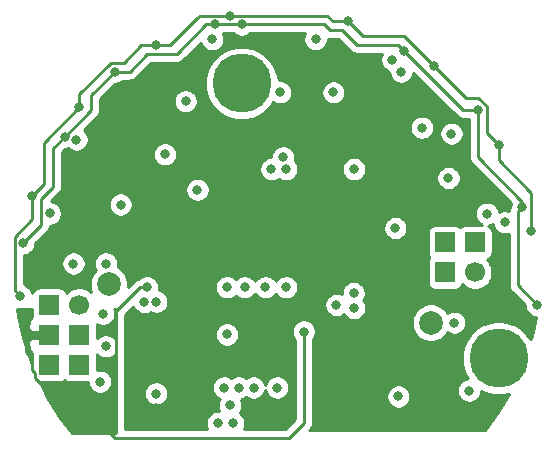
<source format=gbr>
G04 #@! TF.GenerationSoftware,KiCad,Pcbnew,(5.1.2-1)-1*
G04 #@! TF.CreationDate,2021-08-17T23:27:44+03:00*
G04 #@! TF.ProjectId,ITC-1,4954432d-312e-46b6-9963-61645f706362,rev?*
G04 #@! TF.SameCoordinates,Original*
G04 #@! TF.FileFunction,Copper,L3,Inr*
G04 #@! TF.FilePolarity,Positive*
%FSLAX46Y46*%
G04 Gerber Fmt 4.6, Leading zero omitted, Abs format (unit mm)*
G04 Created by KiCad (PCBNEW (5.1.2-1)-1) date 2021-08-17 23:27:44*
%MOMM*%
%LPD*%
G04 APERTURE LIST*
%ADD10R,1.700000X1.700000*%
%ADD11C,1.700000*%
%ADD12C,5.000000*%
%ADD13C,2.000000*%
%ADD14C,0.800000*%
%ADD15C,0.250000*%
%ADD16C,0.254000*%
G04 APERTURE END LIST*
D10*
X114210000Y-72710000D03*
X116750000Y-72710000D03*
X114210000Y-75250000D03*
D11*
X116750000Y-75250000D03*
D10*
X80710000Y-83080000D03*
X80710000Y-80540000D03*
X80710000Y-78000000D03*
X83250000Y-83080000D03*
X83250000Y-80540000D03*
D11*
X83250000Y-78000000D03*
D12*
X118750000Y-82500000D03*
X97000000Y-59250000D03*
D13*
X85750000Y-76250000D03*
X113000000Y-79500000D03*
D14*
X82750000Y-74500000D03*
X83000000Y-64000000D03*
X103250000Y-55500000D03*
X114750000Y-63500000D03*
X110000000Y-71490000D03*
X106500000Y-66500000D03*
X97250000Y-76500000D03*
X104750000Y-60000000D03*
X86750000Y-69500000D03*
X110500000Y-58250000D03*
X90500000Y-65250000D03*
X92250000Y-60750000D03*
X100250000Y-60000000D03*
X93250000Y-68250000D03*
X85250000Y-78750000D03*
X99000000Y-76500000D03*
X114500000Y-67250000D03*
X100750000Y-76500000D03*
X112250000Y-63000000D03*
X85500000Y-74500000D03*
X95750000Y-76500000D03*
X105000000Y-78000000D03*
X95750000Y-80500000D03*
X100000000Y-85000000D03*
X98000000Y-85000000D03*
X96750000Y-85000000D03*
X96250000Y-88000000D03*
X95000000Y-88000000D03*
X96000000Y-86500000D03*
X116250000Y-85250000D03*
X100500000Y-65500000D03*
X95500000Y-85000000D03*
X99500000Y-66500000D03*
X100750000Y-66500000D03*
X104500000Y-62000000D03*
X89750000Y-86750000D03*
X106500000Y-64000000D03*
X94500000Y-86250000D03*
X94750000Y-77750000D03*
X95500000Y-64750000D03*
X97500000Y-64750000D03*
X95500000Y-68250000D03*
X97500000Y-68250000D03*
X99500000Y-68250000D03*
X95750000Y-73000000D03*
X95750000Y-74000000D03*
X95750000Y-75000000D03*
X104250000Y-73000000D03*
X104250000Y-74000000D03*
X104250000Y-75000000D03*
X89750000Y-85500000D03*
X106500000Y-78250000D03*
X106475000Y-77000000D03*
X85500000Y-88500000D03*
X102250000Y-80250000D03*
X88979138Y-76505522D03*
X83250000Y-61250000D03*
X113250000Y-57750000D03*
X79250000Y-68750000D03*
X118750000Y-64500000D03*
X106000000Y-54000000D03*
X78250000Y-77250000D03*
X89750000Y-56000000D03*
X121500000Y-71750000D03*
X96000000Y-53500000D03*
X78500000Y-72750000D03*
X117000000Y-61500000D03*
X86250000Y-58250000D03*
X82000000Y-63750000D03*
X94750000Y-54250000D03*
X110750000Y-56500000D03*
X120750000Y-69750000D03*
X122000000Y-78000000D03*
X97000000Y-54250000D03*
X115000000Y-79500000D03*
X110250000Y-85750000D03*
X89762653Y-77737347D03*
X80750000Y-70250000D03*
X94500000Y-55500000D03*
X109750000Y-57250000D03*
X117750000Y-70275000D03*
X119250000Y-71000000D03*
X85000000Y-84500000D03*
X85500000Y-81500000D03*
X88750000Y-77750000D03*
D15*
X102250000Y-88000000D02*
X102250000Y-80250000D01*
X86250000Y-89250000D02*
X101000000Y-89250000D01*
X101000000Y-89250000D02*
X102250000Y-88000000D01*
X85500000Y-88500000D02*
X86250000Y-89250000D01*
X88413453Y-76505522D02*
X88979138Y-76505522D01*
X86375000Y-78543974D02*
X88413453Y-76505522D01*
X86375000Y-87625000D02*
X86375000Y-78543974D01*
X85500000Y-88500000D02*
X86375000Y-87625000D01*
X79500000Y-84155002D02*
X83844998Y-88500000D01*
X79250000Y-82500000D02*
X79250000Y-83500000D01*
X83844998Y-88500000D02*
X85000000Y-88500000D01*
X78750000Y-82000000D02*
X79250000Y-82500000D01*
X79250000Y-83500000D02*
X79500000Y-83750000D01*
X79500000Y-83750000D02*
X79500000Y-84155002D01*
X85000000Y-88500000D02*
X85500000Y-88500000D01*
X78750000Y-81500000D02*
X78750000Y-81000000D01*
X78750000Y-81500000D02*
X78750000Y-82000000D01*
X78750000Y-81000000D02*
X79250000Y-80500000D01*
X79250000Y-80500000D02*
X80750000Y-80500000D01*
X92213499Y-54713499D02*
X92000000Y-54926998D01*
X117036501Y-60463499D02*
X117725001Y-61151999D01*
X117725001Y-63475001D02*
X118750000Y-64500000D01*
X80250000Y-67750000D02*
X79250000Y-68750000D01*
X83250000Y-61250000D02*
X80250000Y-64250000D01*
X83250000Y-60684315D02*
X83250000Y-61250000D01*
X90926998Y-56000000D02*
X92213499Y-54713499D01*
X115963499Y-60463499D02*
X117036501Y-60463499D01*
X113250000Y-57750000D02*
X115963499Y-60463499D01*
X80250000Y-64250000D02*
X80250000Y-67750000D01*
X87000000Y-57500000D02*
X85926998Y-57500000D01*
X85926998Y-57500000D02*
X83250000Y-60176998D01*
X89750000Y-56000000D02*
X90926998Y-56000000D01*
X117725001Y-61151999D02*
X117725001Y-63475001D01*
X83250000Y-60176998D02*
X83250000Y-60684315D01*
X88500000Y-56000000D02*
X87000000Y-57500000D01*
X89750000Y-56000000D02*
X88500000Y-56000000D01*
X79250000Y-70750000D02*
X79250000Y-68750000D01*
X77774999Y-72225001D02*
X79250000Y-70750000D01*
X77774999Y-76524999D02*
X77774999Y-76225001D01*
X110750000Y-55250000D02*
X113250000Y-57750000D01*
X107250000Y-55250000D02*
X110750000Y-55250000D01*
X106000000Y-54000000D02*
X107250000Y-55250000D01*
X118750000Y-65750000D02*
X118750000Y-64500000D01*
X121500000Y-68500000D02*
X118750000Y-65750000D01*
X121500000Y-71750000D02*
X121500000Y-68500000D01*
X93213499Y-53713499D02*
X92213499Y-54713499D01*
X93426998Y-53500000D02*
X93213499Y-53713499D01*
X96750000Y-53500000D02*
X93426998Y-53500000D01*
X77774999Y-76774999D02*
X78250000Y-77250000D01*
X77774999Y-76024999D02*
X77774999Y-76774999D01*
X77774999Y-76225001D02*
X77774999Y-76024999D01*
X77774999Y-76024999D02*
X77774999Y-72225001D01*
X104750000Y-54000000D02*
X106000000Y-54000000D01*
X104250000Y-53500000D02*
X104750000Y-54000000D01*
X96750000Y-53500000D02*
X104250000Y-53500000D01*
X80000000Y-71250000D02*
X78500000Y-72750000D01*
X80000000Y-69000000D02*
X80000000Y-71250000D01*
X84250000Y-61500000D02*
X84250000Y-60250000D01*
X84250000Y-60250000D02*
X86250000Y-58250000D01*
X81000000Y-68000000D02*
X80000000Y-69000000D01*
X82000000Y-63750000D02*
X84250000Y-61500000D01*
X81000000Y-64750000D02*
X82000000Y-63750000D01*
X81000000Y-68000000D02*
X81000000Y-64750000D01*
X87500000Y-58250000D02*
X86250000Y-58250000D01*
X89000000Y-56750000D02*
X87500000Y-58250000D01*
X91500000Y-56750000D02*
X89000000Y-56750000D01*
X94000000Y-54250000D02*
X91500000Y-56750000D01*
X94750000Y-54250000D02*
X94000000Y-54250000D01*
X115750000Y-61500000D02*
X117000000Y-61500000D01*
X110750000Y-56500000D02*
X115750000Y-61500000D01*
X120750000Y-69250000D02*
X120750000Y-69750000D01*
X117000000Y-61500000D02*
X117000000Y-65500000D01*
X117000000Y-65500000D02*
X120750000Y-69250000D01*
X120350001Y-76350001D02*
X122000000Y-78000000D01*
X120350001Y-70149999D02*
X120350001Y-76350001D01*
X120750000Y-69750000D02*
X120350001Y-70149999D01*
X98250000Y-54250000D02*
X103000000Y-54250000D01*
X94750000Y-54250000D02*
X97000000Y-54250000D01*
X106750000Y-56000000D02*
X110250000Y-56000000D01*
X110250000Y-56000000D02*
X110750000Y-56500000D01*
X106750000Y-56000000D02*
X105500000Y-54750000D01*
X104000000Y-54250000D02*
X104500000Y-54750000D01*
X103000000Y-54250000D02*
X104000000Y-54250000D01*
X105500000Y-54750000D02*
X104500000Y-54750000D01*
X97000000Y-54250000D02*
X98250000Y-54250000D01*
D16*
G36*
X96345326Y-55047723D02*
G01*
X96513533Y-55160115D01*
X96700435Y-55237533D01*
X96898849Y-55277000D01*
X97101151Y-55277000D01*
X97299565Y-55237533D01*
X97486467Y-55160115D01*
X97654674Y-55047723D01*
X97700397Y-55002000D01*
X102347591Y-55002000D01*
X102339885Y-55013533D01*
X102262467Y-55200435D01*
X102223000Y-55398849D01*
X102223000Y-55601151D01*
X102262467Y-55799565D01*
X102339885Y-55986467D01*
X102452277Y-56154674D01*
X102595326Y-56297723D01*
X102763533Y-56410115D01*
X102950435Y-56487533D01*
X103148849Y-56527000D01*
X103351151Y-56527000D01*
X103549565Y-56487533D01*
X103736467Y-56410115D01*
X103904674Y-56297723D01*
X104047723Y-56154674D01*
X104160115Y-55986467D01*
X104237533Y-55799565D01*
X104277000Y-55601151D01*
X104277000Y-55468191D01*
X104352582Y-55491119D01*
X104463062Y-55502000D01*
X104463064Y-55502000D01*
X104500000Y-55505638D01*
X104536935Y-55502000D01*
X105188512Y-55502000D01*
X106192136Y-56505625D01*
X106215683Y-56534317D01*
X106330190Y-56628290D01*
X106460830Y-56698118D01*
X106602582Y-56741119D01*
X106713062Y-56752000D01*
X106713064Y-56752000D01*
X106750000Y-56755638D01*
X106786935Y-56752000D01*
X108847591Y-56752000D01*
X108839885Y-56763533D01*
X108762467Y-56950435D01*
X108723000Y-57148849D01*
X108723000Y-57351151D01*
X108762467Y-57549565D01*
X108839885Y-57736467D01*
X108952277Y-57904674D01*
X109095326Y-58047723D01*
X109263533Y-58160115D01*
X109450435Y-58237533D01*
X109473000Y-58242021D01*
X109473000Y-58351151D01*
X109512467Y-58549565D01*
X109589885Y-58736467D01*
X109702277Y-58904674D01*
X109845326Y-59047723D01*
X110013533Y-59160115D01*
X110200435Y-59237533D01*
X110398849Y-59277000D01*
X110601151Y-59277000D01*
X110799565Y-59237533D01*
X110986467Y-59160115D01*
X111154674Y-59047723D01*
X111297723Y-58904674D01*
X111410115Y-58736467D01*
X111487533Y-58549565D01*
X111527000Y-58351151D01*
X111527000Y-58340488D01*
X115192136Y-62005625D01*
X115215683Y-62034317D01*
X115330190Y-62128290D01*
X115460830Y-62198118D01*
X115602582Y-62241119D01*
X115713062Y-62252000D01*
X115713064Y-62252000D01*
X115750000Y-62255638D01*
X115786935Y-62252000D01*
X116248000Y-62252000D01*
X116248001Y-65463055D01*
X116244362Y-65500000D01*
X116258882Y-65647417D01*
X116301882Y-65789169D01*
X116371710Y-65919810D01*
X116431389Y-65992528D01*
X116465684Y-66034317D01*
X116494375Y-66057863D01*
X119798926Y-69362415D01*
X119762467Y-69450435D01*
X119723000Y-69648849D01*
X119723000Y-69728618D01*
X119721711Y-69730189D01*
X119680194Y-69807863D01*
X119651883Y-69860830D01*
X119608882Y-70002582D01*
X119605622Y-70035687D01*
X119549565Y-70012467D01*
X119351151Y-69973000D01*
X119148849Y-69973000D01*
X118950435Y-70012467D01*
X118763533Y-70089885D01*
X118760678Y-70091793D01*
X118737533Y-69975435D01*
X118660115Y-69788533D01*
X118547723Y-69620326D01*
X118404674Y-69477277D01*
X118236467Y-69364885D01*
X118049565Y-69287467D01*
X117851151Y-69248000D01*
X117648849Y-69248000D01*
X117450435Y-69287467D01*
X117263533Y-69364885D01*
X117095326Y-69477277D01*
X116952277Y-69620326D01*
X116839885Y-69788533D01*
X116762467Y-69975435D01*
X116723000Y-70173849D01*
X116723000Y-70376151D01*
X116762467Y-70574565D01*
X116839885Y-70761467D01*
X116952277Y-70929674D01*
X117095326Y-71072723D01*
X117263533Y-71185115D01*
X117371814Y-71229967D01*
X115900000Y-71229967D01*
X115777087Y-71242073D01*
X115658897Y-71277925D01*
X115549972Y-71336147D01*
X115480000Y-71393571D01*
X115410028Y-71336147D01*
X115301103Y-71277925D01*
X115182913Y-71242073D01*
X115060000Y-71229967D01*
X113360000Y-71229967D01*
X113237087Y-71242073D01*
X113118897Y-71277925D01*
X113009972Y-71336147D01*
X112914499Y-71414499D01*
X112836147Y-71509972D01*
X112777925Y-71618897D01*
X112742073Y-71737087D01*
X112729967Y-71860000D01*
X112729967Y-73560000D01*
X112742073Y-73682913D01*
X112777925Y-73801103D01*
X112836147Y-73910028D01*
X112893571Y-73980000D01*
X112836147Y-74049972D01*
X112777925Y-74158897D01*
X112742073Y-74277087D01*
X112729967Y-74400000D01*
X112729967Y-76100000D01*
X112742073Y-76222913D01*
X112777925Y-76341103D01*
X112836147Y-76450028D01*
X112914499Y-76545501D01*
X113009972Y-76623853D01*
X113118897Y-76682075D01*
X113237087Y-76717927D01*
X113360000Y-76730033D01*
X115060000Y-76730033D01*
X115182913Y-76717927D01*
X115301103Y-76682075D01*
X115410028Y-76623853D01*
X115505501Y-76545501D01*
X115583853Y-76450028D01*
X115642075Y-76341103D01*
X115667731Y-76256525D01*
X115808467Y-76397261D01*
X116050378Y-76558901D01*
X116319175Y-76670240D01*
X116604528Y-76727000D01*
X116895472Y-76727000D01*
X117180825Y-76670240D01*
X117449622Y-76558901D01*
X117691533Y-76397261D01*
X117897261Y-76191533D01*
X118058901Y-75949622D01*
X118170240Y-75680825D01*
X118227000Y-75395472D01*
X118227000Y-75104528D01*
X118170240Y-74819175D01*
X118058901Y-74550378D01*
X117897261Y-74308467D01*
X117756525Y-74167731D01*
X117841103Y-74142075D01*
X117950028Y-74083853D01*
X118045501Y-74005501D01*
X118123853Y-73910028D01*
X118182075Y-73801103D01*
X118217927Y-73682913D01*
X118230033Y-73560000D01*
X118230033Y-71860000D01*
X118217927Y-71737087D01*
X118182075Y-71618897D01*
X118123853Y-71509972D01*
X118045501Y-71414499D01*
X117950028Y-71336147D01*
X117876653Y-71296927D01*
X118049565Y-71262533D01*
X118236467Y-71185115D01*
X118239322Y-71183207D01*
X118262467Y-71299565D01*
X118339885Y-71486467D01*
X118452277Y-71654674D01*
X118595326Y-71797723D01*
X118763533Y-71910115D01*
X118950435Y-71987533D01*
X119148849Y-72027000D01*
X119351151Y-72027000D01*
X119549565Y-71987533D01*
X119598001Y-71967470D01*
X119598002Y-76313055D01*
X119594363Y-76350001D01*
X119605809Y-76466208D01*
X119608883Y-76497419D01*
X119613965Y-76514171D01*
X119651883Y-76639170D01*
X119721711Y-76769811D01*
X119782588Y-76843989D01*
X119815685Y-76884318D01*
X119844376Y-76907864D01*
X120973000Y-78036489D01*
X120973000Y-78101151D01*
X121012467Y-78299565D01*
X121089885Y-78486467D01*
X121202277Y-78654674D01*
X121345326Y-78797723D01*
X121513533Y-78910115D01*
X121700435Y-78987533D01*
X121887481Y-79024739D01*
X121634888Y-80285542D01*
X121452525Y-80916164D01*
X121178899Y-80506654D01*
X120743346Y-80071101D01*
X120231190Y-79728889D01*
X119662112Y-79493169D01*
X119057983Y-79373000D01*
X118442017Y-79373000D01*
X117837888Y-79493169D01*
X117268810Y-79728889D01*
X116756654Y-80071101D01*
X116321101Y-80506654D01*
X115978889Y-81018810D01*
X115743169Y-81587888D01*
X115623000Y-82192017D01*
X115623000Y-82807983D01*
X115743169Y-83412112D01*
X115978889Y-83981190D01*
X116141445Y-84224473D01*
X115950435Y-84262467D01*
X115763533Y-84339885D01*
X115595326Y-84452277D01*
X115452277Y-84595326D01*
X115339885Y-84763533D01*
X115262467Y-84950435D01*
X115223000Y-85148849D01*
X115223000Y-85351151D01*
X115262467Y-85549565D01*
X115339885Y-85736467D01*
X115452277Y-85904674D01*
X115595326Y-86047723D01*
X115763533Y-86160115D01*
X115950435Y-86237533D01*
X116148849Y-86277000D01*
X116351151Y-86277000D01*
X116549565Y-86237533D01*
X116736467Y-86160115D01*
X116904674Y-86047723D01*
X117047723Y-85904674D01*
X117160115Y-85736467D01*
X117237533Y-85549565D01*
X117277000Y-85351151D01*
X117277000Y-85274503D01*
X117837888Y-85506831D01*
X118442017Y-85627000D01*
X119057983Y-85627000D01*
X119633234Y-85512575D01*
X118693241Y-87106534D01*
X117618377Y-88623000D01*
X102690489Y-88623000D01*
X102755627Y-88557862D01*
X102784317Y-88534317D01*
X102878290Y-88419810D01*
X102948118Y-88289170D01*
X102991119Y-88147418D01*
X103002000Y-88036938D01*
X103002000Y-88036936D01*
X103005638Y-88000000D01*
X103002000Y-87963065D01*
X103002000Y-85648849D01*
X109223000Y-85648849D01*
X109223000Y-85851151D01*
X109262467Y-86049565D01*
X109339885Y-86236467D01*
X109452277Y-86404674D01*
X109595326Y-86547723D01*
X109763533Y-86660115D01*
X109950435Y-86737533D01*
X110148849Y-86777000D01*
X110351151Y-86777000D01*
X110549565Y-86737533D01*
X110736467Y-86660115D01*
X110904674Y-86547723D01*
X111047723Y-86404674D01*
X111160115Y-86236467D01*
X111237533Y-86049565D01*
X111277000Y-85851151D01*
X111277000Y-85648849D01*
X111237533Y-85450435D01*
X111160115Y-85263533D01*
X111047723Y-85095326D01*
X110904674Y-84952277D01*
X110736467Y-84839885D01*
X110549565Y-84762467D01*
X110351151Y-84723000D01*
X110148849Y-84723000D01*
X109950435Y-84762467D01*
X109763533Y-84839885D01*
X109595326Y-84952277D01*
X109452277Y-85095326D01*
X109339885Y-85263533D01*
X109262467Y-85450435D01*
X109223000Y-85648849D01*
X103002000Y-85648849D01*
X103002000Y-80950397D01*
X103047723Y-80904674D01*
X103160115Y-80736467D01*
X103237533Y-80549565D01*
X103277000Y-80351151D01*
X103277000Y-80148849D01*
X103237533Y-79950435D01*
X103160115Y-79763533D01*
X103047723Y-79595326D01*
X102904674Y-79452277D01*
X102736467Y-79339885D01*
X102736154Y-79339755D01*
X111373000Y-79339755D01*
X111373000Y-79660245D01*
X111435525Y-79974578D01*
X111558172Y-80270673D01*
X111736227Y-80537152D01*
X111962848Y-80763773D01*
X112229327Y-80941828D01*
X112525422Y-81064475D01*
X112839755Y-81127000D01*
X113160245Y-81127000D01*
X113474578Y-81064475D01*
X113770673Y-80941828D01*
X114037152Y-80763773D01*
X114263773Y-80537152D01*
X114399547Y-80333952D01*
X114513533Y-80410115D01*
X114700435Y-80487533D01*
X114898849Y-80527000D01*
X115101151Y-80527000D01*
X115299565Y-80487533D01*
X115486467Y-80410115D01*
X115654674Y-80297723D01*
X115797723Y-80154674D01*
X115910115Y-79986467D01*
X115987533Y-79799565D01*
X116027000Y-79601151D01*
X116027000Y-79398849D01*
X115987533Y-79200435D01*
X115910115Y-79013533D01*
X115797723Y-78845326D01*
X115654674Y-78702277D01*
X115486467Y-78589885D01*
X115299565Y-78512467D01*
X115101151Y-78473000D01*
X114898849Y-78473000D01*
X114700435Y-78512467D01*
X114513533Y-78589885D01*
X114399547Y-78666048D01*
X114263773Y-78462848D01*
X114037152Y-78236227D01*
X113770673Y-78058172D01*
X113474578Y-77935525D01*
X113160245Y-77873000D01*
X112839755Y-77873000D01*
X112525422Y-77935525D01*
X112229327Y-78058172D01*
X111962848Y-78236227D01*
X111736227Y-78462848D01*
X111558172Y-78729327D01*
X111435525Y-79025422D01*
X111373000Y-79339755D01*
X102736154Y-79339755D01*
X102549565Y-79262467D01*
X102351151Y-79223000D01*
X102148849Y-79223000D01*
X101950435Y-79262467D01*
X101763533Y-79339885D01*
X101595326Y-79452277D01*
X101452277Y-79595326D01*
X101339885Y-79763533D01*
X101262467Y-79950435D01*
X101223000Y-80148849D01*
X101223000Y-80351151D01*
X101262467Y-80549565D01*
X101339885Y-80736467D01*
X101452277Y-80904674D01*
X101498001Y-80950398D01*
X101498000Y-87688511D01*
X100688512Y-88498000D01*
X97152409Y-88498000D01*
X97160115Y-88486467D01*
X97237533Y-88299565D01*
X97277000Y-88101151D01*
X97277000Y-87898849D01*
X97237533Y-87700435D01*
X97160115Y-87513533D01*
X97047723Y-87345326D01*
X96904674Y-87202277D01*
X96808744Y-87138179D01*
X96910115Y-86986467D01*
X96987533Y-86799565D01*
X97027000Y-86601151D01*
X97027000Y-86398849D01*
X96987533Y-86200435D01*
X96910780Y-86015139D01*
X97049565Y-85987533D01*
X97236467Y-85910115D01*
X97375000Y-85817550D01*
X97513533Y-85910115D01*
X97700435Y-85987533D01*
X97898849Y-86027000D01*
X98101151Y-86027000D01*
X98299565Y-85987533D01*
X98486467Y-85910115D01*
X98654674Y-85797723D01*
X98797723Y-85654674D01*
X98910115Y-85486467D01*
X98987533Y-85299565D01*
X99000000Y-85236889D01*
X99012467Y-85299565D01*
X99089885Y-85486467D01*
X99202277Y-85654674D01*
X99345326Y-85797723D01*
X99513533Y-85910115D01*
X99700435Y-85987533D01*
X99898849Y-86027000D01*
X100101151Y-86027000D01*
X100299565Y-85987533D01*
X100486467Y-85910115D01*
X100654674Y-85797723D01*
X100797723Y-85654674D01*
X100910115Y-85486467D01*
X100987533Y-85299565D01*
X101027000Y-85101151D01*
X101027000Y-84898849D01*
X100987533Y-84700435D01*
X100910115Y-84513533D01*
X100797723Y-84345326D01*
X100654674Y-84202277D01*
X100486467Y-84089885D01*
X100299565Y-84012467D01*
X100101151Y-83973000D01*
X99898849Y-83973000D01*
X99700435Y-84012467D01*
X99513533Y-84089885D01*
X99345326Y-84202277D01*
X99202277Y-84345326D01*
X99089885Y-84513533D01*
X99012467Y-84700435D01*
X99000000Y-84763111D01*
X98987533Y-84700435D01*
X98910115Y-84513533D01*
X98797723Y-84345326D01*
X98654674Y-84202277D01*
X98486467Y-84089885D01*
X98299565Y-84012467D01*
X98101151Y-83973000D01*
X97898849Y-83973000D01*
X97700435Y-84012467D01*
X97513533Y-84089885D01*
X97375000Y-84182450D01*
X97236467Y-84089885D01*
X97049565Y-84012467D01*
X96851151Y-83973000D01*
X96648849Y-83973000D01*
X96450435Y-84012467D01*
X96263533Y-84089885D01*
X96125000Y-84182450D01*
X95986467Y-84089885D01*
X95799565Y-84012467D01*
X95601151Y-83973000D01*
X95398849Y-83973000D01*
X95200435Y-84012467D01*
X95013533Y-84089885D01*
X94845326Y-84202277D01*
X94702277Y-84345326D01*
X94589885Y-84513533D01*
X94512467Y-84700435D01*
X94473000Y-84898849D01*
X94473000Y-85101151D01*
X94512467Y-85299565D01*
X94589885Y-85486467D01*
X94702277Y-85654674D01*
X94845326Y-85797723D01*
X95013533Y-85910115D01*
X95127456Y-85957304D01*
X95089885Y-86013533D01*
X95012467Y-86200435D01*
X94973000Y-86398849D01*
X94973000Y-86601151D01*
X95012467Y-86799565D01*
X95084307Y-86973000D01*
X94898849Y-86973000D01*
X94700435Y-87012467D01*
X94513533Y-87089885D01*
X94345326Y-87202277D01*
X94202277Y-87345326D01*
X94089885Y-87513533D01*
X94012467Y-87700435D01*
X93973000Y-87898849D01*
X93973000Y-88101151D01*
X94012467Y-88299565D01*
X94089885Y-88486467D01*
X94097591Y-88498000D01*
X87127000Y-88498000D01*
X87127000Y-87661936D01*
X87130638Y-87625000D01*
X87127000Y-87588065D01*
X87127000Y-85398849D01*
X88723000Y-85398849D01*
X88723000Y-85601151D01*
X88762467Y-85799565D01*
X88839885Y-85986467D01*
X88952277Y-86154674D01*
X89095326Y-86297723D01*
X89263533Y-86410115D01*
X89450435Y-86487533D01*
X89648849Y-86527000D01*
X89851151Y-86527000D01*
X90049565Y-86487533D01*
X90236467Y-86410115D01*
X90404674Y-86297723D01*
X90547723Y-86154674D01*
X90660115Y-85986467D01*
X90737533Y-85799565D01*
X90777000Y-85601151D01*
X90777000Y-85398849D01*
X90737533Y-85200435D01*
X90660115Y-85013533D01*
X90547723Y-84845326D01*
X90404674Y-84702277D01*
X90236467Y-84589885D01*
X90049565Y-84512467D01*
X89851151Y-84473000D01*
X89648849Y-84473000D01*
X89450435Y-84512467D01*
X89263533Y-84589885D01*
X89095326Y-84702277D01*
X88952277Y-84845326D01*
X88839885Y-85013533D01*
X88762467Y-85200435D01*
X88723000Y-85398849D01*
X87127000Y-85398849D01*
X87127000Y-80398849D01*
X94723000Y-80398849D01*
X94723000Y-80601151D01*
X94762467Y-80799565D01*
X94839885Y-80986467D01*
X94952277Y-81154674D01*
X95095326Y-81297723D01*
X95263533Y-81410115D01*
X95450435Y-81487533D01*
X95648849Y-81527000D01*
X95851151Y-81527000D01*
X96049565Y-81487533D01*
X96236467Y-81410115D01*
X96404674Y-81297723D01*
X96547723Y-81154674D01*
X96660115Y-80986467D01*
X96737533Y-80799565D01*
X96777000Y-80601151D01*
X96777000Y-80398849D01*
X96737533Y-80200435D01*
X96660115Y-80013533D01*
X96547723Y-79845326D01*
X96404674Y-79702277D01*
X96236467Y-79589885D01*
X96049565Y-79512467D01*
X95851151Y-79473000D01*
X95648849Y-79473000D01*
X95450435Y-79512467D01*
X95263533Y-79589885D01*
X95095326Y-79702277D01*
X94952277Y-79845326D01*
X94839885Y-80013533D01*
X94762467Y-80200435D01*
X94723000Y-80398849D01*
X87127000Y-80398849D01*
X87127000Y-78855462D01*
X87812385Y-78170078D01*
X87839885Y-78236467D01*
X87952277Y-78404674D01*
X88095326Y-78547723D01*
X88263533Y-78660115D01*
X88450435Y-78737533D01*
X88648849Y-78777000D01*
X88851151Y-78777000D01*
X89049565Y-78737533D01*
X89236467Y-78660115D01*
X89265795Y-78640519D01*
X89276186Y-78647462D01*
X89463088Y-78724880D01*
X89661502Y-78764347D01*
X89863804Y-78764347D01*
X90062218Y-78724880D01*
X90249120Y-78647462D01*
X90417327Y-78535070D01*
X90560376Y-78392021D01*
X90672768Y-78223814D01*
X90750186Y-78036912D01*
X90777648Y-77898849D01*
X103973000Y-77898849D01*
X103973000Y-78101151D01*
X104012467Y-78299565D01*
X104089885Y-78486467D01*
X104202277Y-78654674D01*
X104345326Y-78797723D01*
X104513533Y-78910115D01*
X104700435Y-78987533D01*
X104898849Y-79027000D01*
X105101151Y-79027000D01*
X105299565Y-78987533D01*
X105486467Y-78910115D01*
X105638179Y-78808744D01*
X105702277Y-78904674D01*
X105845326Y-79047723D01*
X106013533Y-79160115D01*
X106200435Y-79237533D01*
X106398849Y-79277000D01*
X106601151Y-79277000D01*
X106799565Y-79237533D01*
X106986467Y-79160115D01*
X107154674Y-79047723D01*
X107297723Y-78904674D01*
X107410115Y-78736467D01*
X107487533Y-78549565D01*
X107527000Y-78351151D01*
X107527000Y-78148849D01*
X107487533Y-77950435D01*
X107410115Y-77763533D01*
X107305050Y-77606292D01*
X107385115Y-77486467D01*
X107462533Y-77299565D01*
X107502000Y-77101151D01*
X107502000Y-76898849D01*
X107462533Y-76700435D01*
X107385115Y-76513533D01*
X107272723Y-76345326D01*
X107129674Y-76202277D01*
X106961467Y-76089885D01*
X106774565Y-76012467D01*
X106576151Y-75973000D01*
X106373849Y-75973000D01*
X106175435Y-76012467D01*
X105988533Y-76089885D01*
X105820326Y-76202277D01*
X105677277Y-76345326D01*
X105564885Y-76513533D01*
X105487467Y-76700435D01*
X105448000Y-76898849D01*
X105448000Y-77073951D01*
X105299565Y-77012467D01*
X105101151Y-76973000D01*
X104898849Y-76973000D01*
X104700435Y-77012467D01*
X104513533Y-77089885D01*
X104345326Y-77202277D01*
X104202277Y-77345326D01*
X104089885Y-77513533D01*
X104012467Y-77700435D01*
X103973000Y-77898849D01*
X90777648Y-77898849D01*
X90789653Y-77838498D01*
X90789653Y-77636196D01*
X90750186Y-77437782D01*
X90672768Y-77250880D01*
X90560376Y-77082673D01*
X90417327Y-76939624D01*
X90249120Y-76827232D01*
X90062218Y-76749814D01*
X89980884Y-76733636D01*
X90006138Y-76606673D01*
X90006138Y-76404371D01*
X90005040Y-76398849D01*
X94723000Y-76398849D01*
X94723000Y-76601151D01*
X94762467Y-76799565D01*
X94839885Y-76986467D01*
X94952277Y-77154674D01*
X95095326Y-77297723D01*
X95263533Y-77410115D01*
X95450435Y-77487533D01*
X95648849Y-77527000D01*
X95851151Y-77527000D01*
X96049565Y-77487533D01*
X96236467Y-77410115D01*
X96404674Y-77297723D01*
X96500000Y-77202397D01*
X96595326Y-77297723D01*
X96763533Y-77410115D01*
X96950435Y-77487533D01*
X97148849Y-77527000D01*
X97351151Y-77527000D01*
X97549565Y-77487533D01*
X97736467Y-77410115D01*
X97904674Y-77297723D01*
X98047723Y-77154674D01*
X98125000Y-77039020D01*
X98202277Y-77154674D01*
X98345326Y-77297723D01*
X98513533Y-77410115D01*
X98700435Y-77487533D01*
X98898849Y-77527000D01*
X99101151Y-77527000D01*
X99299565Y-77487533D01*
X99486467Y-77410115D01*
X99654674Y-77297723D01*
X99797723Y-77154674D01*
X99875000Y-77039020D01*
X99952277Y-77154674D01*
X100095326Y-77297723D01*
X100263533Y-77410115D01*
X100450435Y-77487533D01*
X100648849Y-77527000D01*
X100851151Y-77527000D01*
X101049565Y-77487533D01*
X101236467Y-77410115D01*
X101404674Y-77297723D01*
X101547723Y-77154674D01*
X101660115Y-76986467D01*
X101737533Y-76799565D01*
X101777000Y-76601151D01*
X101777000Y-76398849D01*
X101737533Y-76200435D01*
X101660115Y-76013533D01*
X101547723Y-75845326D01*
X101404674Y-75702277D01*
X101236467Y-75589885D01*
X101049565Y-75512467D01*
X100851151Y-75473000D01*
X100648849Y-75473000D01*
X100450435Y-75512467D01*
X100263533Y-75589885D01*
X100095326Y-75702277D01*
X99952277Y-75845326D01*
X99875000Y-75960980D01*
X99797723Y-75845326D01*
X99654674Y-75702277D01*
X99486467Y-75589885D01*
X99299565Y-75512467D01*
X99101151Y-75473000D01*
X98898849Y-75473000D01*
X98700435Y-75512467D01*
X98513533Y-75589885D01*
X98345326Y-75702277D01*
X98202277Y-75845326D01*
X98125000Y-75960980D01*
X98047723Y-75845326D01*
X97904674Y-75702277D01*
X97736467Y-75589885D01*
X97549565Y-75512467D01*
X97351151Y-75473000D01*
X97148849Y-75473000D01*
X96950435Y-75512467D01*
X96763533Y-75589885D01*
X96595326Y-75702277D01*
X96500000Y-75797603D01*
X96404674Y-75702277D01*
X96236467Y-75589885D01*
X96049565Y-75512467D01*
X95851151Y-75473000D01*
X95648849Y-75473000D01*
X95450435Y-75512467D01*
X95263533Y-75589885D01*
X95095326Y-75702277D01*
X94952277Y-75845326D01*
X94839885Y-76013533D01*
X94762467Y-76200435D01*
X94723000Y-76398849D01*
X90005040Y-76398849D01*
X89966671Y-76205957D01*
X89889253Y-76019055D01*
X89776861Y-75850848D01*
X89633812Y-75707799D01*
X89465605Y-75595407D01*
X89278703Y-75517989D01*
X89080289Y-75478522D01*
X88877987Y-75478522D01*
X88679573Y-75517989D01*
X88492671Y-75595407D01*
X88324464Y-75707799D01*
X88268059Y-75764204D01*
X88266035Y-75764403D01*
X88124283Y-75807404D01*
X87993643Y-75877232D01*
X87879136Y-75971205D01*
X87855590Y-75999896D01*
X87360055Y-76495431D01*
X87377000Y-76410245D01*
X87377000Y-76089755D01*
X87314475Y-75775422D01*
X87191828Y-75479327D01*
X87013773Y-75212848D01*
X86787152Y-74986227D01*
X86520673Y-74808172D01*
X86488474Y-74794835D01*
X86527000Y-74601151D01*
X86527000Y-74398849D01*
X86487533Y-74200435D01*
X86410115Y-74013533D01*
X86297723Y-73845326D01*
X86154674Y-73702277D01*
X85986467Y-73589885D01*
X85799565Y-73512467D01*
X85601151Y-73473000D01*
X85398849Y-73473000D01*
X85200435Y-73512467D01*
X85013533Y-73589885D01*
X84845326Y-73702277D01*
X84702277Y-73845326D01*
X84589885Y-74013533D01*
X84512467Y-74200435D01*
X84473000Y-74398849D01*
X84473000Y-74601151D01*
X84512467Y-74799565D01*
X84589885Y-74986467D01*
X84639041Y-75060034D01*
X84486227Y-75212848D01*
X84308172Y-75479327D01*
X84185525Y-75775422D01*
X84123000Y-76089755D01*
X84123000Y-76410245D01*
X84185525Y-76724578D01*
X84271901Y-76933107D01*
X84191533Y-76852739D01*
X83949622Y-76691099D01*
X83680825Y-76579760D01*
X83395472Y-76523000D01*
X83104528Y-76523000D01*
X82819175Y-76579760D01*
X82550378Y-76691099D01*
X82308467Y-76852739D01*
X82167731Y-76993475D01*
X82142075Y-76908897D01*
X82083853Y-76799972D01*
X82005501Y-76704499D01*
X81910028Y-76626147D01*
X81801103Y-76567925D01*
X81682913Y-76532073D01*
X81560000Y-76519967D01*
X79860000Y-76519967D01*
X79737087Y-76532073D01*
X79618897Y-76567925D01*
X79509972Y-76626147D01*
X79414499Y-76704499D01*
X79336147Y-76799972D01*
X79277925Y-76908897D01*
X79248540Y-77005769D01*
X79237533Y-76950435D01*
X79160115Y-76763533D01*
X79047723Y-76595326D01*
X78904674Y-76452277D01*
X78736467Y-76339885D01*
X78549565Y-76262467D01*
X78526999Y-76257978D01*
X78526999Y-74398849D01*
X81723000Y-74398849D01*
X81723000Y-74601151D01*
X81762467Y-74799565D01*
X81839885Y-74986467D01*
X81952277Y-75154674D01*
X82095326Y-75297723D01*
X82263533Y-75410115D01*
X82450435Y-75487533D01*
X82648849Y-75527000D01*
X82851151Y-75527000D01*
X83049565Y-75487533D01*
X83236467Y-75410115D01*
X83404674Y-75297723D01*
X83547723Y-75154674D01*
X83660115Y-74986467D01*
X83737533Y-74799565D01*
X83777000Y-74601151D01*
X83777000Y-74398849D01*
X83737533Y-74200435D01*
X83660115Y-74013533D01*
X83547723Y-73845326D01*
X83404674Y-73702277D01*
X83236467Y-73589885D01*
X83049565Y-73512467D01*
X82851151Y-73473000D01*
X82648849Y-73473000D01*
X82450435Y-73512467D01*
X82263533Y-73589885D01*
X82095326Y-73702277D01*
X81952277Y-73845326D01*
X81839885Y-74013533D01*
X81762467Y-74200435D01*
X81723000Y-74398849D01*
X78526999Y-74398849D01*
X78526999Y-73777000D01*
X78601151Y-73777000D01*
X78799565Y-73737533D01*
X78986467Y-73660115D01*
X79154674Y-73547723D01*
X79297723Y-73404674D01*
X79410115Y-73236467D01*
X79487533Y-73049565D01*
X79527000Y-72851151D01*
X79527000Y-72786488D01*
X80505626Y-71807863D01*
X80534317Y-71784317D01*
X80557863Y-71755626D01*
X80628290Y-71669811D01*
X80682910Y-71567622D01*
X80698118Y-71539170D01*
X80741119Y-71397418D01*
X80741962Y-71388849D01*
X108973000Y-71388849D01*
X108973000Y-71591151D01*
X109012467Y-71789565D01*
X109089885Y-71976467D01*
X109202277Y-72144674D01*
X109345326Y-72287723D01*
X109513533Y-72400115D01*
X109700435Y-72477533D01*
X109898849Y-72517000D01*
X110101151Y-72517000D01*
X110299565Y-72477533D01*
X110486467Y-72400115D01*
X110654674Y-72287723D01*
X110797723Y-72144674D01*
X110910115Y-71976467D01*
X110987533Y-71789565D01*
X111027000Y-71591151D01*
X111027000Y-71388849D01*
X110987533Y-71190435D01*
X110910115Y-71003533D01*
X110797723Y-70835326D01*
X110654674Y-70692277D01*
X110486467Y-70579885D01*
X110299565Y-70502467D01*
X110101151Y-70463000D01*
X109898849Y-70463000D01*
X109700435Y-70502467D01*
X109513533Y-70579885D01*
X109345326Y-70692277D01*
X109202277Y-70835326D01*
X109089885Y-71003533D01*
X109012467Y-71190435D01*
X108973000Y-71388849D01*
X80741962Y-71388849D01*
X80752000Y-71286938D01*
X80752000Y-71286936D01*
X80752979Y-71277000D01*
X80851151Y-71277000D01*
X81049565Y-71237533D01*
X81236467Y-71160115D01*
X81404674Y-71047723D01*
X81547723Y-70904674D01*
X81660115Y-70736467D01*
X81737533Y-70549565D01*
X81777000Y-70351151D01*
X81777000Y-70148849D01*
X81737533Y-69950435D01*
X81660115Y-69763533D01*
X81547723Y-69595326D01*
X81404674Y-69452277D01*
X81324714Y-69398849D01*
X85723000Y-69398849D01*
X85723000Y-69601151D01*
X85762467Y-69799565D01*
X85839885Y-69986467D01*
X85952277Y-70154674D01*
X86095326Y-70297723D01*
X86263533Y-70410115D01*
X86450435Y-70487533D01*
X86648849Y-70527000D01*
X86851151Y-70527000D01*
X87049565Y-70487533D01*
X87236467Y-70410115D01*
X87404674Y-70297723D01*
X87547723Y-70154674D01*
X87660115Y-69986467D01*
X87737533Y-69799565D01*
X87777000Y-69601151D01*
X87777000Y-69398849D01*
X87737533Y-69200435D01*
X87660115Y-69013533D01*
X87547723Y-68845326D01*
X87404674Y-68702277D01*
X87236467Y-68589885D01*
X87049565Y-68512467D01*
X86851151Y-68473000D01*
X86648849Y-68473000D01*
X86450435Y-68512467D01*
X86263533Y-68589885D01*
X86095326Y-68702277D01*
X85952277Y-68845326D01*
X85839885Y-69013533D01*
X85762467Y-69200435D01*
X85723000Y-69398849D01*
X81324714Y-69398849D01*
X81236467Y-69339885D01*
X81049565Y-69262467D01*
X80851151Y-69223000D01*
X80840488Y-69223000D01*
X81505622Y-68557866D01*
X81534317Y-68534317D01*
X81628290Y-68419810D01*
X81698118Y-68289170D01*
X81740684Y-68148849D01*
X92223000Y-68148849D01*
X92223000Y-68351151D01*
X92262467Y-68549565D01*
X92339885Y-68736467D01*
X92452277Y-68904674D01*
X92595326Y-69047723D01*
X92763533Y-69160115D01*
X92950435Y-69237533D01*
X93148849Y-69277000D01*
X93351151Y-69277000D01*
X93549565Y-69237533D01*
X93736467Y-69160115D01*
X93904674Y-69047723D01*
X94047723Y-68904674D01*
X94160115Y-68736467D01*
X94237533Y-68549565D01*
X94277000Y-68351151D01*
X94277000Y-68148849D01*
X94237533Y-67950435D01*
X94160115Y-67763533D01*
X94047723Y-67595326D01*
X93904674Y-67452277D01*
X93736467Y-67339885D01*
X93549565Y-67262467D01*
X93351151Y-67223000D01*
X93148849Y-67223000D01*
X92950435Y-67262467D01*
X92763533Y-67339885D01*
X92595326Y-67452277D01*
X92452277Y-67595326D01*
X92339885Y-67763533D01*
X92262467Y-67950435D01*
X92223000Y-68148849D01*
X81740684Y-68148849D01*
X81741119Y-68147418D01*
X81752000Y-68036938D01*
X81752000Y-68036936D01*
X81755638Y-68000000D01*
X81752000Y-67963065D01*
X81752000Y-66398849D01*
X98473000Y-66398849D01*
X98473000Y-66601151D01*
X98512467Y-66799565D01*
X98589885Y-66986467D01*
X98702277Y-67154674D01*
X98845326Y-67297723D01*
X99013533Y-67410115D01*
X99200435Y-67487533D01*
X99398849Y-67527000D01*
X99601151Y-67527000D01*
X99799565Y-67487533D01*
X99986467Y-67410115D01*
X100125000Y-67317550D01*
X100263533Y-67410115D01*
X100450435Y-67487533D01*
X100648849Y-67527000D01*
X100851151Y-67527000D01*
X101049565Y-67487533D01*
X101236467Y-67410115D01*
X101404674Y-67297723D01*
X101547723Y-67154674D01*
X101660115Y-66986467D01*
X101737533Y-66799565D01*
X101777000Y-66601151D01*
X101777000Y-66398849D01*
X105473000Y-66398849D01*
X105473000Y-66601151D01*
X105512467Y-66799565D01*
X105589885Y-66986467D01*
X105702277Y-67154674D01*
X105845326Y-67297723D01*
X106013533Y-67410115D01*
X106200435Y-67487533D01*
X106398849Y-67527000D01*
X106601151Y-67527000D01*
X106799565Y-67487533D01*
X106986467Y-67410115D01*
X107154674Y-67297723D01*
X107297723Y-67154674D01*
X107301615Y-67148849D01*
X113473000Y-67148849D01*
X113473000Y-67351151D01*
X113512467Y-67549565D01*
X113589885Y-67736467D01*
X113702277Y-67904674D01*
X113845326Y-68047723D01*
X114013533Y-68160115D01*
X114200435Y-68237533D01*
X114398849Y-68277000D01*
X114601151Y-68277000D01*
X114799565Y-68237533D01*
X114986467Y-68160115D01*
X115154674Y-68047723D01*
X115297723Y-67904674D01*
X115410115Y-67736467D01*
X115487533Y-67549565D01*
X115527000Y-67351151D01*
X115527000Y-67148849D01*
X115487533Y-66950435D01*
X115410115Y-66763533D01*
X115297723Y-66595326D01*
X115154674Y-66452277D01*
X114986467Y-66339885D01*
X114799565Y-66262467D01*
X114601151Y-66223000D01*
X114398849Y-66223000D01*
X114200435Y-66262467D01*
X114013533Y-66339885D01*
X113845326Y-66452277D01*
X113702277Y-66595326D01*
X113589885Y-66763533D01*
X113512467Y-66950435D01*
X113473000Y-67148849D01*
X107301615Y-67148849D01*
X107410115Y-66986467D01*
X107487533Y-66799565D01*
X107527000Y-66601151D01*
X107527000Y-66398849D01*
X107487533Y-66200435D01*
X107410115Y-66013533D01*
X107297723Y-65845326D01*
X107154674Y-65702277D01*
X106986467Y-65589885D01*
X106799565Y-65512467D01*
X106601151Y-65473000D01*
X106398849Y-65473000D01*
X106200435Y-65512467D01*
X106013533Y-65589885D01*
X105845326Y-65702277D01*
X105702277Y-65845326D01*
X105589885Y-66013533D01*
X105512467Y-66200435D01*
X105473000Y-66398849D01*
X101777000Y-66398849D01*
X101737533Y-66200435D01*
X101660115Y-66013533D01*
X101547723Y-65845326D01*
X101489927Y-65787530D01*
X101527000Y-65601151D01*
X101527000Y-65398849D01*
X101487533Y-65200435D01*
X101410115Y-65013533D01*
X101297723Y-64845326D01*
X101154674Y-64702277D01*
X100986467Y-64589885D01*
X100799565Y-64512467D01*
X100601151Y-64473000D01*
X100398849Y-64473000D01*
X100200435Y-64512467D01*
X100013533Y-64589885D01*
X99845326Y-64702277D01*
X99702277Y-64845326D01*
X99589885Y-65013533D01*
X99512467Y-65200435D01*
X99473000Y-65398849D01*
X99473000Y-65473000D01*
X99398849Y-65473000D01*
X99200435Y-65512467D01*
X99013533Y-65589885D01*
X98845326Y-65702277D01*
X98702277Y-65845326D01*
X98589885Y-66013533D01*
X98512467Y-66200435D01*
X98473000Y-66398849D01*
X81752000Y-66398849D01*
X81752000Y-65148849D01*
X89473000Y-65148849D01*
X89473000Y-65351151D01*
X89512467Y-65549565D01*
X89589885Y-65736467D01*
X89702277Y-65904674D01*
X89845326Y-66047723D01*
X90013533Y-66160115D01*
X90200435Y-66237533D01*
X90398849Y-66277000D01*
X90601151Y-66277000D01*
X90799565Y-66237533D01*
X90986467Y-66160115D01*
X91154674Y-66047723D01*
X91297723Y-65904674D01*
X91410115Y-65736467D01*
X91487533Y-65549565D01*
X91527000Y-65351151D01*
X91527000Y-65148849D01*
X91487533Y-64950435D01*
X91410115Y-64763533D01*
X91297723Y-64595326D01*
X91154674Y-64452277D01*
X90986467Y-64339885D01*
X90799565Y-64262467D01*
X90601151Y-64223000D01*
X90398849Y-64223000D01*
X90200435Y-64262467D01*
X90013533Y-64339885D01*
X89845326Y-64452277D01*
X89702277Y-64595326D01*
X89589885Y-64763533D01*
X89512467Y-64950435D01*
X89473000Y-65148849D01*
X81752000Y-65148849D01*
X81752000Y-65061488D01*
X82036488Y-64777000D01*
X82101151Y-64777000D01*
X82287530Y-64739927D01*
X82345326Y-64797723D01*
X82513533Y-64910115D01*
X82700435Y-64987533D01*
X82898849Y-65027000D01*
X83101151Y-65027000D01*
X83299565Y-64987533D01*
X83486467Y-64910115D01*
X83654674Y-64797723D01*
X83797723Y-64654674D01*
X83910115Y-64486467D01*
X83987533Y-64299565D01*
X84027000Y-64101151D01*
X84027000Y-63898849D01*
X83987533Y-63700435D01*
X83910115Y-63513533D01*
X83797723Y-63345326D01*
X83654674Y-63202277D01*
X83628620Y-63184868D01*
X83914639Y-62898849D01*
X111223000Y-62898849D01*
X111223000Y-63101151D01*
X111262467Y-63299565D01*
X111339885Y-63486467D01*
X111452277Y-63654674D01*
X111595326Y-63797723D01*
X111763533Y-63910115D01*
X111950435Y-63987533D01*
X112148849Y-64027000D01*
X112351151Y-64027000D01*
X112549565Y-63987533D01*
X112736467Y-63910115D01*
X112904674Y-63797723D01*
X113047723Y-63654674D01*
X113160115Y-63486467D01*
X113196407Y-63398849D01*
X113723000Y-63398849D01*
X113723000Y-63601151D01*
X113762467Y-63799565D01*
X113839885Y-63986467D01*
X113952277Y-64154674D01*
X114095326Y-64297723D01*
X114263533Y-64410115D01*
X114450435Y-64487533D01*
X114648849Y-64527000D01*
X114851151Y-64527000D01*
X115049565Y-64487533D01*
X115236467Y-64410115D01*
X115404674Y-64297723D01*
X115547723Y-64154674D01*
X115660115Y-63986467D01*
X115737533Y-63799565D01*
X115777000Y-63601151D01*
X115777000Y-63398849D01*
X115737533Y-63200435D01*
X115660115Y-63013533D01*
X115547723Y-62845326D01*
X115404674Y-62702277D01*
X115236467Y-62589885D01*
X115049565Y-62512467D01*
X114851151Y-62473000D01*
X114648849Y-62473000D01*
X114450435Y-62512467D01*
X114263533Y-62589885D01*
X114095326Y-62702277D01*
X113952277Y-62845326D01*
X113839885Y-63013533D01*
X113762467Y-63200435D01*
X113723000Y-63398849D01*
X113196407Y-63398849D01*
X113237533Y-63299565D01*
X113277000Y-63101151D01*
X113277000Y-62898849D01*
X113237533Y-62700435D01*
X113160115Y-62513533D01*
X113047723Y-62345326D01*
X112904674Y-62202277D01*
X112736467Y-62089885D01*
X112549565Y-62012467D01*
X112351151Y-61973000D01*
X112148849Y-61973000D01*
X111950435Y-62012467D01*
X111763533Y-62089885D01*
X111595326Y-62202277D01*
X111452277Y-62345326D01*
X111339885Y-62513533D01*
X111262467Y-62700435D01*
X111223000Y-62898849D01*
X83914639Y-62898849D01*
X84755622Y-62057866D01*
X84784317Y-62034317D01*
X84878290Y-61919810D01*
X84948118Y-61789170D01*
X84991119Y-61647418D01*
X85002000Y-61536938D01*
X85002000Y-61536936D01*
X85005638Y-61500000D01*
X85002000Y-61463062D01*
X85002000Y-60648849D01*
X91223000Y-60648849D01*
X91223000Y-60851151D01*
X91262467Y-61049565D01*
X91339885Y-61236467D01*
X91452277Y-61404674D01*
X91595326Y-61547723D01*
X91763533Y-61660115D01*
X91950435Y-61737533D01*
X92148849Y-61777000D01*
X92351151Y-61777000D01*
X92549565Y-61737533D01*
X92736467Y-61660115D01*
X92904674Y-61547723D01*
X93047723Y-61404674D01*
X93160115Y-61236467D01*
X93237533Y-61049565D01*
X93277000Y-60851151D01*
X93277000Y-60648849D01*
X93237533Y-60450435D01*
X93160115Y-60263533D01*
X93047723Y-60095326D01*
X92904674Y-59952277D01*
X92736467Y-59839885D01*
X92549565Y-59762467D01*
X92351151Y-59723000D01*
X92148849Y-59723000D01*
X91950435Y-59762467D01*
X91763533Y-59839885D01*
X91595326Y-59952277D01*
X91452277Y-60095326D01*
X91339885Y-60263533D01*
X91262467Y-60450435D01*
X91223000Y-60648849D01*
X85002000Y-60648849D01*
X85002000Y-60561488D01*
X86286489Y-59277000D01*
X86351151Y-59277000D01*
X86549565Y-59237533D01*
X86736467Y-59160115D01*
X86904674Y-59047723D01*
X86950397Y-59002000D01*
X87463065Y-59002000D01*
X87500000Y-59005638D01*
X87536935Y-59002000D01*
X87536938Y-59002000D01*
X87647418Y-58991119D01*
X87789170Y-58948118D01*
X87800584Y-58942017D01*
X93873000Y-58942017D01*
X93873000Y-59557983D01*
X93993169Y-60162112D01*
X94228889Y-60731190D01*
X94571101Y-61243346D01*
X95006654Y-61678899D01*
X95518810Y-62021111D01*
X96087888Y-62256831D01*
X96692017Y-62377000D01*
X97307983Y-62377000D01*
X97912112Y-62256831D01*
X98481190Y-62021111D01*
X98993346Y-61678899D01*
X99428899Y-61243346D01*
X99686119Y-60858389D01*
X99763533Y-60910115D01*
X99950435Y-60987533D01*
X100148849Y-61027000D01*
X100351151Y-61027000D01*
X100549565Y-60987533D01*
X100736467Y-60910115D01*
X100904674Y-60797723D01*
X101047723Y-60654674D01*
X101160115Y-60486467D01*
X101237533Y-60299565D01*
X101277000Y-60101151D01*
X101277000Y-59898849D01*
X103723000Y-59898849D01*
X103723000Y-60101151D01*
X103762467Y-60299565D01*
X103839885Y-60486467D01*
X103952277Y-60654674D01*
X104095326Y-60797723D01*
X104263533Y-60910115D01*
X104450435Y-60987533D01*
X104648849Y-61027000D01*
X104851151Y-61027000D01*
X105049565Y-60987533D01*
X105236467Y-60910115D01*
X105404674Y-60797723D01*
X105547723Y-60654674D01*
X105660115Y-60486467D01*
X105737533Y-60299565D01*
X105777000Y-60101151D01*
X105777000Y-59898849D01*
X105737533Y-59700435D01*
X105660115Y-59513533D01*
X105547723Y-59345326D01*
X105404674Y-59202277D01*
X105236467Y-59089885D01*
X105049565Y-59012467D01*
X104851151Y-58973000D01*
X104648849Y-58973000D01*
X104450435Y-59012467D01*
X104263533Y-59089885D01*
X104095326Y-59202277D01*
X103952277Y-59345326D01*
X103839885Y-59513533D01*
X103762467Y-59700435D01*
X103723000Y-59898849D01*
X101277000Y-59898849D01*
X101237533Y-59700435D01*
X101160115Y-59513533D01*
X101047723Y-59345326D01*
X100904674Y-59202277D01*
X100736467Y-59089885D01*
X100549565Y-59012467D01*
X100351151Y-58973000D01*
X100148849Y-58973000D01*
X100127000Y-58977346D01*
X100127000Y-58942017D01*
X100006831Y-58337888D01*
X99771111Y-57768810D01*
X99428899Y-57256654D01*
X98993346Y-56821101D01*
X98481190Y-56478889D01*
X97912112Y-56243169D01*
X97307983Y-56123000D01*
X96692017Y-56123000D01*
X96087888Y-56243169D01*
X95518810Y-56478889D01*
X95006654Y-56821101D01*
X94571101Y-57256654D01*
X94228889Y-57768810D01*
X93993169Y-58337888D01*
X93873000Y-58942017D01*
X87800584Y-58942017D01*
X87919810Y-58878290D01*
X88034317Y-58784317D01*
X88057867Y-58755621D01*
X89311489Y-57502000D01*
X91463065Y-57502000D01*
X91500000Y-57505638D01*
X91536935Y-57502000D01*
X91536938Y-57502000D01*
X91647418Y-57491119D01*
X91789170Y-57448118D01*
X91919810Y-57378290D01*
X92034317Y-57284317D01*
X92057867Y-57255621D01*
X93512894Y-55800595D01*
X93589885Y-55986467D01*
X93702277Y-56154674D01*
X93845326Y-56297723D01*
X94013533Y-56410115D01*
X94200435Y-56487533D01*
X94398849Y-56527000D01*
X94601151Y-56527000D01*
X94799565Y-56487533D01*
X94986467Y-56410115D01*
X95154674Y-56297723D01*
X95297723Y-56154674D01*
X95410115Y-55986467D01*
X95487533Y-55799565D01*
X95527000Y-55601151D01*
X95527000Y-55398849D01*
X95487533Y-55200435D01*
X95418535Y-55033862D01*
X95450397Y-55002000D01*
X96299603Y-55002000D01*
X96345326Y-55047723D01*
X96345326Y-55047723D01*
G37*
X96345326Y-55047723D02*
X96513533Y-55160115D01*
X96700435Y-55237533D01*
X96898849Y-55277000D01*
X97101151Y-55277000D01*
X97299565Y-55237533D01*
X97486467Y-55160115D01*
X97654674Y-55047723D01*
X97700397Y-55002000D01*
X102347591Y-55002000D01*
X102339885Y-55013533D01*
X102262467Y-55200435D01*
X102223000Y-55398849D01*
X102223000Y-55601151D01*
X102262467Y-55799565D01*
X102339885Y-55986467D01*
X102452277Y-56154674D01*
X102595326Y-56297723D01*
X102763533Y-56410115D01*
X102950435Y-56487533D01*
X103148849Y-56527000D01*
X103351151Y-56527000D01*
X103549565Y-56487533D01*
X103736467Y-56410115D01*
X103904674Y-56297723D01*
X104047723Y-56154674D01*
X104160115Y-55986467D01*
X104237533Y-55799565D01*
X104277000Y-55601151D01*
X104277000Y-55468191D01*
X104352582Y-55491119D01*
X104463062Y-55502000D01*
X104463064Y-55502000D01*
X104500000Y-55505638D01*
X104536935Y-55502000D01*
X105188512Y-55502000D01*
X106192136Y-56505625D01*
X106215683Y-56534317D01*
X106330190Y-56628290D01*
X106460830Y-56698118D01*
X106602582Y-56741119D01*
X106713062Y-56752000D01*
X106713064Y-56752000D01*
X106750000Y-56755638D01*
X106786935Y-56752000D01*
X108847591Y-56752000D01*
X108839885Y-56763533D01*
X108762467Y-56950435D01*
X108723000Y-57148849D01*
X108723000Y-57351151D01*
X108762467Y-57549565D01*
X108839885Y-57736467D01*
X108952277Y-57904674D01*
X109095326Y-58047723D01*
X109263533Y-58160115D01*
X109450435Y-58237533D01*
X109473000Y-58242021D01*
X109473000Y-58351151D01*
X109512467Y-58549565D01*
X109589885Y-58736467D01*
X109702277Y-58904674D01*
X109845326Y-59047723D01*
X110013533Y-59160115D01*
X110200435Y-59237533D01*
X110398849Y-59277000D01*
X110601151Y-59277000D01*
X110799565Y-59237533D01*
X110986467Y-59160115D01*
X111154674Y-59047723D01*
X111297723Y-58904674D01*
X111410115Y-58736467D01*
X111487533Y-58549565D01*
X111527000Y-58351151D01*
X111527000Y-58340488D01*
X115192136Y-62005625D01*
X115215683Y-62034317D01*
X115330190Y-62128290D01*
X115460830Y-62198118D01*
X115602582Y-62241119D01*
X115713062Y-62252000D01*
X115713064Y-62252000D01*
X115750000Y-62255638D01*
X115786935Y-62252000D01*
X116248000Y-62252000D01*
X116248001Y-65463055D01*
X116244362Y-65500000D01*
X116258882Y-65647417D01*
X116301882Y-65789169D01*
X116371710Y-65919810D01*
X116431389Y-65992528D01*
X116465684Y-66034317D01*
X116494375Y-66057863D01*
X119798926Y-69362415D01*
X119762467Y-69450435D01*
X119723000Y-69648849D01*
X119723000Y-69728618D01*
X119721711Y-69730189D01*
X119680194Y-69807863D01*
X119651883Y-69860830D01*
X119608882Y-70002582D01*
X119605622Y-70035687D01*
X119549565Y-70012467D01*
X119351151Y-69973000D01*
X119148849Y-69973000D01*
X118950435Y-70012467D01*
X118763533Y-70089885D01*
X118760678Y-70091793D01*
X118737533Y-69975435D01*
X118660115Y-69788533D01*
X118547723Y-69620326D01*
X118404674Y-69477277D01*
X118236467Y-69364885D01*
X118049565Y-69287467D01*
X117851151Y-69248000D01*
X117648849Y-69248000D01*
X117450435Y-69287467D01*
X117263533Y-69364885D01*
X117095326Y-69477277D01*
X116952277Y-69620326D01*
X116839885Y-69788533D01*
X116762467Y-69975435D01*
X116723000Y-70173849D01*
X116723000Y-70376151D01*
X116762467Y-70574565D01*
X116839885Y-70761467D01*
X116952277Y-70929674D01*
X117095326Y-71072723D01*
X117263533Y-71185115D01*
X117371814Y-71229967D01*
X115900000Y-71229967D01*
X115777087Y-71242073D01*
X115658897Y-71277925D01*
X115549972Y-71336147D01*
X115480000Y-71393571D01*
X115410028Y-71336147D01*
X115301103Y-71277925D01*
X115182913Y-71242073D01*
X115060000Y-71229967D01*
X113360000Y-71229967D01*
X113237087Y-71242073D01*
X113118897Y-71277925D01*
X113009972Y-71336147D01*
X112914499Y-71414499D01*
X112836147Y-71509972D01*
X112777925Y-71618897D01*
X112742073Y-71737087D01*
X112729967Y-71860000D01*
X112729967Y-73560000D01*
X112742073Y-73682913D01*
X112777925Y-73801103D01*
X112836147Y-73910028D01*
X112893571Y-73980000D01*
X112836147Y-74049972D01*
X112777925Y-74158897D01*
X112742073Y-74277087D01*
X112729967Y-74400000D01*
X112729967Y-76100000D01*
X112742073Y-76222913D01*
X112777925Y-76341103D01*
X112836147Y-76450028D01*
X112914499Y-76545501D01*
X113009972Y-76623853D01*
X113118897Y-76682075D01*
X113237087Y-76717927D01*
X113360000Y-76730033D01*
X115060000Y-76730033D01*
X115182913Y-76717927D01*
X115301103Y-76682075D01*
X115410028Y-76623853D01*
X115505501Y-76545501D01*
X115583853Y-76450028D01*
X115642075Y-76341103D01*
X115667731Y-76256525D01*
X115808467Y-76397261D01*
X116050378Y-76558901D01*
X116319175Y-76670240D01*
X116604528Y-76727000D01*
X116895472Y-76727000D01*
X117180825Y-76670240D01*
X117449622Y-76558901D01*
X117691533Y-76397261D01*
X117897261Y-76191533D01*
X118058901Y-75949622D01*
X118170240Y-75680825D01*
X118227000Y-75395472D01*
X118227000Y-75104528D01*
X118170240Y-74819175D01*
X118058901Y-74550378D01*
X117897261Y-74308467D01*
X117756525Y-74167731D01*
X117841103Y-74142075D01*
X117950028Y-74083853D01*
X118045501Y-74005501D01*
X118123853Y-73910028D01*
X118182075Y-73801103D01*
X118217927Y-73682913D01*
X118230033Y-73560000D01*
X118230033Y-71860000D01*
X118217927Y-71737087D01*
X118182075Y-71618897D01*
X118123853Y-71509972D01*
X118045501Y-71414499D01*
X117950028Y-71336147D01*
X117876653Y-71296927D01*
X118049565Y-71262533D01*
X118236467Y-71185115D01*
X118239322Y-71183207D01*
X118262467Y-71299565D01*
X118339885Y-71486467D01*
X118452277Y-71654674D01*
X118595326Y-71797723D01*
X118763533Y-71910115D01*
X118950435Y-71987533D01*
X119148849Y-72027000D01*
X119351151Y-72027000D01*
X119549565Y-71987533D01*
X119598001Y-71967470D01*
X119598002Y-76313055D01*
X119594363Y-76350001D01*
X119605809Y-76466208D01*
X119608883Y-76497419D01*
X119613965Y-76514171D01*
X119651883Y-76639170D01*
X119721711Y-76769811D01*
X119782588Y-76843989D01*
X119815685Y-76884318D01*
X119844376Y-76907864D01*
X120973000Y-78036489D01*
X120973000Y-78101151D01*
X121012467Y-78299565D01*
X121089885Y-78486467D01*
X121202277Y-78654674D01*
X121345326Y-78797723D01*
X121513533Y-78910115D01*
X121700435Y-78987533D01*
X121887481Y-79024739D01*
X121634888Y-80285542D01*
X121452525Y-80916164D01*
X121178899Y-80506654D01*
X120743346Y-80071101D01*
X120231190Y-79728889D01*
X119662112Y-79493169D01*
X119057983Y-79373000D01*
X118442017Y-79373000D01*
X117837888Y-79493169D01*
X117268810Y-79728889D01*
X116756654Y-80071101D01*
X116321101Y-80506654D01*
X115978889Y-81018810D01*
X115743169Y-81587888D01*
X115623000Y-82192017D01*
X115623000Y-82807983D01*
X115743169Y-83412112D01*
X115978889Y-83981190D01*
X116141445Y-84224473D01*
X115950435Y-84262467D01*
X115763533Y-84339885D01*
X115595326Y-84452277D01*
X115452277Y-84595326D01*
X115339885Y-84763533D01*
X115262467Y-84950435D01*
X115223000Y-85148849D01*
X115223000Y-85351151D01*
X115262467Y-85549565D01*
X115339885Y-85736467D01*
X115452277Y-85904674D01*
X115595326Y-86047723D01*
X115763533Y-86160115D01*
X115950435Y-86237533D01*
X116148849Y-86277000D01*
X116351151Y-86277000D01*
X116549565Y-86237533D01*
X116736467Y-86160115D01*
X116904674Y-86047723D01*
X117047723Y-85904674D01*
X117160115Y-85736467D01*
X117237533Y-85549565D01*
X117277000Y-85351151D01*
X117277000Y-85274503D01*
X117837888Y-85506831D01*
X118442017Y-85627000D01*
X119057983Y-85627000D01*
X119633234Y-85512575D01*
X118693241Y-87106534D01*
X117618377Y-88623000D01*
X102690489Y-88623000D01*
X102755627Y-88557862D01*
X102784317Y-88534317D01*
X102878290Y-88419810D01*
X102948118Y-88289170D01*
X102991119Y-88147418D01*
X103002000Y-88036938D01*
X103002000Y-88036936D01*
X103005638Y-88000000D01*
X103002000Y-87963065D01*
X103002000Y-85648849D01*
X109223000Y-85648849D01*
X109223000Y-85851151D01*
X109262467Y-86049565D01*
X109339885Y-86236467D01*
X109452277Y-86404674D01*
X109595326Y-86547723D01*
X109763533Y-86660115D01*
X109950435Y-86737533D01*
X110148849Y-86777000D01*
X110351151Y-86777000D01*
X110549565Y-86737533D01*
X110736467Y-86660115D01*
X110904674Y-86547723D01*
X111047723Y-86404674D01*
X111160115Y-86236467D01*
X111237533Y-86049565D01*
X111277000Y-85851151D01*
X111277000Y-85648849D01*
X111237533Y-85450435D01*
X111160115Y-85263533D01*
X111047723Y-85095326D01*
X110904674Y-84952277D01*
X110736467Y-84839885D01*
X110549565Y-84762467D01*
X110351151Y-84723000D01*
X110148849Y-84723000D01*
X109950435Y-84762467D01*
X109763533Y-84839885D01*
X109595326Y-84952277D01*
X109452277Y-85095326D01*
X109339885Y-85263533D01*
X109262467Y-85450435D01*
X109223000Y-85648849D01*
X103002000Y-85648849D01*
X103002000Y-80950397D01*
X103047723Y-80904674D01*
X103160115Y-80736467D01*
X103237533Y-80549565D01*
X103277000Y-80351151D01*
X103277000Y-80148849D01*
X103237533Y-79950435D01*
X103160115Y-79763533D01*
X103047723Y-79595326D01*
X102904674Y-79452277D01*
X102736467Y-79339885D01*
X102736154Y-79339755D01*
X111373000Y-79339755D01*
X111373000Y-79660245D01*
X111435525Y-79974578D01*
X111558172Y-80270673D01*
X111736227Y-80537152D01*
X111962848Y-80763773D01*
X112229327Y-80941828D01*
X112525422Y-81064475D01*
X112839755Y-81127000D01*
X113160245Y-81127000D01*
X113474578Y-81064475D01*
X113770673Y-80941828D01*
X114037152Y-80763773D01*
X114263773Y-80537152D01*
X114399547Y-80333952D01*
X114513533Y-80410115D01*
X114700435Y-80487533D01*
X114898849Y-80527000D01*
X115101151Y-80527000D01*
X115299565Y-80487533D01*
X115486467Y-80410115D01*
X115654674Y-80297723D01*
X115797723Y-80154674D01*
X115910115Y-79986467D01*
X115987533Y-79799565D01*
X116027000Y-79601151D01*
X116027000Y-79398849D01*
X115987533Y-79200435D01*
X115910115Y-79013533D01*
X115797723Y-78845326D01*
X115654674Y-78702277D01*
X115486467Y-78589885D01*
X115299565Y-78512467D01*
X115101151Y-78473000D01*
X114898849Y-78473000D01*
X114700435Y-78512467D01*
X114513533Y-78589885D01*
X114399547Y-78666048D01*
X114263773Y-78462848D01*
X114037152Y-78236227D01*
X113770673Y-78058172D01*
X113474578Y-77935525D01*
X113160245Y-77873000D01*
X112839755Y-77873000D01*
X112525422Y-77935525D01*
X112229327Y-78058172D01*
X111962848Y-78236227D01*
X111736227Y-78462848D01*
X111558172Y-78729327D01*
X111435525Y-79025422D01*
X111373000Y-79339755D01*
X102736154Y-79339755D01*
X102549565Y-79262467D01*
X102351151Y-79223000D01*
X102148849Y-79223000D01*
X101950435Y-79262467D01*
X101763533Y-79339885D01*
X101595326Y-79452277D01*
X101452277Y-79595326D01*
X101339885Y-79763533D01*
X101262467Y-79950435D01*
X101223000Y-80148849D01*
X101223000Y-80351151D01*
X101262467Y-80549565D01*
X101339885Y-80736467D01*
X101452277Y-80904674D01*
X101498001Y-80950398D01*
X101498000Y-87688511D01*
X100688512Y-88498000D01*
X97152409Y-88498000D01*
X97160115Y-88486467D01*
X97237533Y-88299565D01*
X97277000Y-88101151D01*
X97277000Y-87898849D01*
X97237533Y-87700435D01*
X97160115Y-87513533D01*
X97047723Y-87345326D01*
X96904674Y-87202277D01*
X96808744Y-87138179D01*
X96910115Y-86986467D01*
X96987533Y-86799565D01*
X97027000Y-86601151D01*
X97027000Y-86398849D01*
X96987533Y-86200435D01*
X96910780Y-86015139D01*
X97049565Y-85987533D01*
X97236467Y-85910115D01*
X97375000Y-85817550D01*
X97513533Y-85910115D01*
X97700435Y-85987533D01*
X97898849Y-86027000D01*
X98101151Y-86027000D01*
X98299565Y-85987533D01*
X98486467Y-85910115D01*
X98654674Y-85797723D01*
X98797723Y-85654674D01*
X98910115Y-85486467D01*
X98987533Y-85299565D01*
X99000000Y-85236889D01*
X99012467Y-85299565D01*
X99089885Y-85486467D01*
X99202277Y-85654674D01*
X99345326Y-85797723D01*
X99513533Y-85910115D01*
X99700435Y-85987533D01*
X99898849Y-86027000D01*
X100101151Y-86027000D01*
X100299565Y-85987533D01*
X100486467Y-85910115D01*
X100654674Y-85797723D01*
X100797723Y-85654674D01*
X100910115Y-85486467D01*
X100987533Y-85299565D01*
X101027000Y-85101151D01*
X101027000Y-84898849D01*
X100987533Y-84700435D01*
X100910115Y-84513533D01*
X100797723Y-84345326D01*
X100654674Y-84202277D01*
X100486467Y-84089885D01*
X100299565Y-84012467D01*
X100101151Y-83973000D01*
X99898849Y-83973000D01*
X99700435Y-84012467D01*
X99513533Y-84089885D01*
X99345326Y-84202277D01*
X99202277Y-84345326D01*
X99089885Y-84513533D01*
X99012467Y-84700435D01*
X99000000Y-84763111D01*
X98987533Y-84700435D01*
X98910115Y-84513533D01*
X98797723Y-84345326D01*
X98654674Y-84202277D01*
X98486467Y-84089885D01*
X98299565Y-84012467D01*
X98101151Y-83973000D01*
X97898849Y-83973000D01*
X97700435Y-84012467D01*
X97513533Y-84089885D01*
X97375000Y-84182450D01*
X97236467Y-84089885D01*
X97049565Y-84012467D01*
X96851151Y-83973000D01*
X96648849Y-83973000D01*
X96450435Y-84012467D01*
X96263533Y-84089885D01*
X96125000Y-84182450D01*
X95986467Y-84089885D01*
X95799565Y-84012467D01*
X95601151Y-83973000D01*
X95398849Y-83973000D01*
X95200435Y-84012467D01*
X95013533Y-84089885D01*
X94845326Y-84202277D01*
X94702277Y-84345326D01*
X94589885Y-84513533D01*
X94512467Y-84700435D01*
X94473000Y-84898849D01*
X94473000Y-85101151D01*
X94512467Y-85299565D01*
X94589885Y-85486467D01*
X94702277Y-85654674D01*
X94845326Y-85797723D01*
X95013533Y-85910115D01*
X95127456Y-85957304D01*
X95089885Y-86013533D01*
X95012467Y-86200435D01*
X94973000Y-86398849D01*
X94973000Y-86601151D01*
X95012467Y-86799565D01*
X95084307Y-86973000D01*
X94898849Y-86973000D01*
X94700435Y-87012467D01*
X94513533Y-87089885D01*
X94345326Y-87202277D01*
X94202277Y-87345326D01*
X94089885Y-87513533D01*
X94012467Y-87700435D01*
X93973000Y-87898849D01*
X93973000Y-88101151D01*
X94012467Y-88299565D01*
X94089885Y-88486467D01*
X94097591Y-88498000D01*
X87127000Y-88498000D01*
X87127000Y-87661936D01*
X87130638Y-87625000D01*
X87127000Y-87588065D01*
X87127000Y-85398849D01*
X88723000Y-85398849D01*
X88723000Y-85601151D01*
X88762467Y-85799565D01*
X88839885Y-85986467D01*
X88952277Y-86154674D01*
X89095326Y-86297723D01*
X89263533Y-86410115D01*
X89450435Y-86487533D01*
X89648849Y-86527000D01*
X89851151Y-86527000D01*
X90049565Y-86487533D01*
X90236467Y-86410115D01*
X90404674Y-86297723D01*
X90547723Y-86154674D01*
X90660115Y-85986467D01*
X90737533Y-85799565D01*
X90777000Y-85601151D01*
X90777000Y-85398849D01*
X90737533Y-85200435D01*
X90660115Y-85013533D01*
X90547723Y-84845326D01*
X90404674Y-84702277D01*
X90236467Y-84589885D01*
X90049565Y-84512467D01*
X89851151Y-84473000D01*
X89648849Y-84473000D01*
X89450435Y-84512467D01*
X89263533Y-84589885D01*
X89095326Y-84702277D01*
X88952277Y-84845326D01*
X88839885Y-85013533D01*
X88762467Y-85200435D01*
X88723000Y-85398849D01*
X87127000Y-85398849D01*
X87127000Y-80398849D01*
X94723000Y-80398849D01*
X94723000Y-80601151D01*
X94762467Y-80799565D01*
X94839885Y-80986467D01*
X94952277Y-81154674D01*
X95095326Y-81297723D01*
X95263533Y-81410115D01*
X95450435Y-81487533D01*
X95648849Y-81527000D01*
X95851151Y-81527000D01*
X96049565Y-81487533D01*
X96236467Y-81410115D01*
X96404674Y-81297723D01*
X96547723Y-81154674D01*
X96660115Y-80986467D01*
X96737533Y-80799565D01*
X96777000Y-80601151D01*
X96777000Y-80398849D01*
X96737533Y-80200435D01*
X96660115Y-80013533D01*
X96547723Y-79845326D01*
X96404674Y-79702277D01*
X96236467Y-79589885D01*
X96049565Y-79512467D01*
X95851151Y-79473000D01*
X95648849Y-79473000D01*
X95450435Y-79512467D01*
X95263533Y-79589885D01*
X95095326Y-79702277D01*
X94952277Y-79845326D01*
X94839885Y-80013533D01*
X94762467Y-80200435D01*
X94723000Y-80398849D01*
X87127000Y-80398849D01*
X87127000Y-78855462D01*
X87812385Y-78170078D01*
X87839885Y-78236467D01*
X87952277Y-78404674D01*
X88095326Y-78547723D01*
X88263533Y-78660115D01*
X88450435Y-78737533D01*
X88648849Y-78777000D01*
X88851151Y-78777000D01*
X89049565Y-78737533D01*
X89236467Y-78660115D01*
X89265795Y-78640519D01*
X89276186Y-78647462D01*
X89463088Y-78724880D01*
X89661502Y-78764347D01*
X89863804Y-78764347D01*
X90062218Y-78724880D01*
X90249120Y-78647462D01*
X90417327Y-78535070D01*
X90560376Y-78392021D01*
X90672768Y-78223814D01*
X90750186Y-78036912D01*
X90777648Y-77898849D01*
X103973000Y-77898849D01*
X103973000Y-78101151D01*
X104012467Y-78299565D01*
X104089885Y-78486467D01*
X104202277Y-78654674D01*
X104345326Y-78797723D01*
X104513533Y-78910115D01*
X104700435Y-78987533D01*
X104898849Y-79027000D01*
X105101151Y-79027000D01*
X105299565Y-78987533D01*
X105486467Y-78910115D01*
X105638179Y-78808744D01*
X105702277Y-78904674D01*
X105845326Y-79047723D01*
X106013533Y-79160115D01*
X106200435Y-79237533D01*
X106398849Y-79277000D01*
X106601151Y-79277000D01*
X106799565Y-79237533D01*
X106986467Y-79160115D01*
X107154674Y-79047723D01*
X107297723Y-78904674D01*
X107410115Y-78736467D01*
X107487533Y-78549565D01*
X107527000Y-78351151D01*
X107527000Y-78148849D01*
X107487533Y-77950435D01*
X107410115Y-77763533D01*
X107305050Y-77606292D01*
X107385115Y-77486467D01*
X107462533Y-77299565D01*
X107502000Y-77101151D01*
X107502000Y-76898849D01*
X107462533Y-76700435D01*
X107385115Y-76513533D01*
X107272723Y-76345326D01*
X107129674Y-76202277D01*
X106961467Y-76089885D01*
X106774565Y-76012467D01*
X106576151Y-75973000D01*
X106373849Y-75973000D01*
X106175435Y-76012467D01*
X105988533Y-76089885D01*
X105820326Y-76202277D01*
X105677277Y-76345326D01*
X105564885Y-76513533D01*
X105487467Y-76700435D01*
X105448000Y-76898849D01*
X105448000Y-77073951D01*
X105299565Y-77012467D01*
X105101151Y-76973000D01*
X104898849Y-76973000D01*
X104700435Y-77012467D01*
X104513533Y-77089885D01*
X104345326Y-77202277D01*
X104202277Y-77345326D01*
X104089885Y-77513533D01*
X104012467Y-77700435D01*
X103973000Y-77898849D01*
X90777648Y-77898849D01*
X90789653Y-77838498D01*
X90789653Y-77636196D01*
X90750186Y-77437782D01*
X90672768Y-77250880D01*
X90560376Y-77082673D01*
X90417327Y-76939624D01*
X90249120Y-76827232D01*
X90062218Y-76749814D01*
X89980884Y-76733636D01*
X90006138Y-76606673D01*
X90006138Y-76404371D01*
X90005040Y-76398849D01*
X94723000Y-76398849D01*
X94723000Y-76601151D01*
X94762467Y-76799565D01*
X94839885Y-76986467D01*
X94952277Y-77154674D01*
X95095326Y-77297723D01*
X95263533Y-77410115D01*
X95450435Y-77487533D01*
X95648849Y-77527000D01*
X95851151Y-77527000D01*
X96049565Y-77487533D01*
X96236467Y-77410115D01*
X96404674Y-77297723D01*
X96500000Y-77202397D01*
X96595326Y-77297723D01*
X96763533Y-77410115D01*
X96950435Y-77487533D01*
X97148849Y-77527000D01*
X97351151Y-77527000D01*
X97549565Y-77487533D01*
X97736467Y-77410115D01*
X97904674Y-77297723D01*
X98047723Y-77154674D01*
X98125000Y-77039020D01*
X98202277Y-77154674D01*
X98345326Y-77297723D01*
X98513533Y-77410115D01*
X98700435Y-77487533D01*
X98898849Y-77527000D01*
X99101151Y-77527000D01*
X99299565Y-77487533D01*
X99486467Y-77410115D01*
X99654674Y-77297723D01*
X99797723Y-77154674D01*
X99875000Y-77039020D01*
X99952277Y-77154674D01*
X100095326Y-77297723D01*
X100263533Y-77410115D01*
X100450435Y-77487533D01*
X100648849Y-77527000D01*
X100851151Y-77527000D01*
X101049565Y-77487533D01*
X101236467Y-77410115D01*
X101404674Y-77297723D01*
X101547723Y-77154674D01*
X101660115Y-76986467D01*
X101737533Y-76799565D01*
X101777000Y-76601151D01*
X101777000Y-76398849D01*
X101737533Y-76200435D01*
X101660115Y-76013533D01*
X101547723Y-75845326D01*
X101404674Y-75702277D01*
X101236467Y-75589885D01*
X101049565Y-75512467D01*
X100851151Y-75473000D01*
X100648849Y-75473000D01*
X100450435Y-75512467D01*
X100263533Y-75589885D01*
X100095326Y-75702277D01*
X99952277Y-75845326D01*
X99875000Y-75960980D01*
X99797723Y-75845326D01*
X99654674Y-75702277D01*
X99486467Y-75589885D01*
X99299565Y-75512467D01*
X99101151Y-75473000D01*
X98898849Y-75473000D01*
X98700435Y-75512467D01*
X98513533Y-75589885D01*
X98345326Y-75702277D01*
X98202277Y-75845326D01*
X98125000Y-75960980D01*
X98047723Y-75845326D01*
X97904674Y-75702277D01*
X97736467Y-75589885D01*
X97549565Y-75512467D01*
X97351151Y-75473000D01*
X97148849Y-75473000D01*
X96950435Y-75512467D01*
X96763533Y-75589885D01*
X96595326Y-75702277D01*
X96500000Y-75797603D01*
X96404674Y-75702277D01*
X96236467Y-75589885D01*
X96049565Y-75512467D01*
X95851151Y-75473000D01*
X95648849Y-75473000D01*
X95450435Y-75512467D01*
X95263533Y-75589885D01*
X95095326Y-75702277D01*
X94952277Y-75845326D01*
X94839885Y-76013533D01*
X94762467Y-76200435D01*
X94723000Y-76398849D01*
X90005040Y-76398849D01*
X89966671Y-76205957D01*
X89889253Y-76019055D01*
X89776861Y-75850848D01*
X89633812Y-75707799D01*
X89465605Y-75595407D01*
X89278703Y-75517989D01*
X89080289Y-75478522D01*
X88877987Y-75478522D01*
X88679573Y-75517989D01*
X88492671Y-75595407D01*
X88324464Y-75707799D01*
X88268059Y-75764204D01*
X88266035Y-75764403D01*
X88124283Y-75807404D01*
X87993643Y-75877232D01*
X87879136Y-75971205D01*
X87855590Y-75999896D01*
X87360055Y-76495431D01*
X87377000Y-76410245D01*
X87377000Y-76089755D01*
X87314475Y-75775422D01*
X87191828Y-75479327D01*
X87013773Y-75212848D01*
X86787152Y-74986227D01*
X86520673Y-74808172D01*
X86488474Y-74794835D01*
X86527000Y-74601151D01*
X86527000Y-74398849D01*
X86487533Y-74200435D01*
X86410115Y-74013533D01*
X86297723Y-73845326D01*
X86154674Y-73702277D01*
X85986467Y-73589885D01*
X85799565Y-73512467D01*
X85601151Y-73473000D01*
X85398849Y-73473000D01*
X85200435Y-73512467D01*
X85013533Y-73589885D01*
X84845326Y-73702277D01*
X84702277Y-73845326D01*
X84589885Y-74013533D01*
X84512467Y-74200435D01*
X84473000Y-74398849D01*
X84473000Y-74601151D01*
X84512467Y-74799565D01*
X84589885Y-74986467D01*
X84639041Y-75060034D01*
X84486227Y-75212848D01*
X84308172Y-75479327D01*
X84185525Y-75775422D01*
X84123000Y-76089755D01*
X84123000Y-76410245D01*
X84185525Y-76724578D01*
X84271901Y-76933107D01*
X84191533Y-76852739D01*
X83949622Y-76691099D01*
X83680825Y-76579760D01*
X83395472Y-76523000D01*
X83104528Y-76523000D01*
X82819175Y-76579760D01*
X82550378Y-76691099D01*
X82308467Y-76852739D01*
X82167731Y-76993475D01*
X82142075Y-76908897D01*
X82083853Y-76799972D01*
X82005501Y-76704499D01*
X81910028Y-76626147D01*
X81801103Y-76567925D01*
X81682913Y-76532073D01*
X81560000Y-76519967D01*
X79860000Y-76519967D01*
X79737087Y-76532073D01*
X79618897Y-76567925D01*
X79509972Y-76626147D01*
X79414499Y-76704499D01*
X79336147Y-76799972D01*
X79277925Y-76908897D01*
X79248540Y-77005769D01*
X79237533Y-76950435D01*
X79160115Y-76763533D01*
X79047723Y-76595326D01*
X78904674Y-76452277D01*
X78736467Y-76339885D01*
X78549565Y-76262467D01*
X78526999Y-76257978D01*
X78526999Y-74398849D01*
X81723000Y-74398849D01*
X81723000Y-74601151D01*
X81762467Y-74799565D01*
X81839885Y-74986467D01*
X81952277Y-75154674D01*
X82095326Y-75297723D01*
X82263533Y-75410115D01*
X82450435Y-75487533D01*
X82648849Y-75527000D01*
X82851151Y-75527000D01*
X83049565Y-75487533D01*
X83236467Y-75410115D01*
X83404674Y-75297723D01*
X83547723Y-75154674D01*
X83660115Y-74986467D01*
X83737533Y-74799565D01*
X83777000Y-74601151D01*
X83777000Y-74398849D01*
X83737533Y-74200435D01*
X83660115Y-74013533D01*
X83547723Y-73845326D01*
X83404674Y-73702277D01*
X83236467Y-73589885D01*
X83049565Y-73512467D01*
X82851151Y-73473000D01*
X82648849Y-73473000D01*
X82450435Y-73512467D01*
X82263533Y-73589885D01*
X82095326Y-73702277D01*
X81952277Y-73845326D01*
X81839885Y-74013533D01*
X81762467Y-74200435D01*
X81723000Y-74398849D01*
X78526999Y-74398849D01*
X78526999Y-73777000D01*
X78601151Y-73777000D01*
X78799565Y-73737533D01*
X78986467Y-73660115D01*
X79154674Y-73547723D01*
X79297723Y-73404674D01*
X79410115Y-73236467D01*
X79487533Y-73049565D01*
X79527000Y-72851151D01*
X79527000Y-72786488D01*
X80505626Y-71807863D01*
X80534317Y-71784317D01*
X80557863Y-71755626D01*
X80628290Y-71669811D01*
X80682910Y-71567622D01*
X80698118Y-71539170D01*
X80741119Y-71397418D01*
X80741962Y-71388849D01*
X108973000Y-71388849D01*
X108973000Y-71591151D01*
X109012467Y-71789565D01*
X109089885Y-71976467D01*
X109202277Y-72144674D01*
X109345326Y-72287723D01*
X109513533Y-72400115D01*
X109700435Y-72477533D01*
X109898849Y-72517000D01*
X110101151Y-72517000D01*
X110299565Y-72477533D01*
X110486467Y-72400115D01*
X110654674Y-72287723D01*
X110797723Y-72144674D01*
X110910115Y-71976467D01*
X110987533Y-71789565D01*
X111027000Y-71591151D01*
X111027000Y-71388849D01*
X110987533Y-71190435D01*
X110910115Y-71003533D01*
X110797723Y-70835326D01*
X110654674Y-70692277D01*
X110486467Y-70579885D01*
X110299565Y-70502467D01*
X110101151Y-70463000D01*
X109898849Y-70463000D01*
X109700435Y-70502467D01*
X109513533Y-70579885D01*
X109345326Y-70692277D01*
X109202277Y-70835326D01*
X109089885Y-71003533D01*
X109012467Y-71190435D01*
X108973000Y-71388849D01*
X80741962Y-71388849D01*
X80752000Y-71286938D01*
X80752000Y-71286936D01*
X80752979Y-71277000D01*
X80851151Y-71277000D01*
X81049565Y-71237533D01*
X81236467Y-71160115D01*
X81404674Y-71047723D01*
X81547723Y-70904674D01*
X81660115Y-70736467D01*
X81737533Y-70549565D01*
X81777000Y-70351151D01*
X81777000Y-70148849D01*
X81737533Y-69950435D01*
X81660115Y-69763533D01*
X81547723Y-69595326D01*
X81404674Y-69452277D01*
X81324714Y-69398849D01*
X85723000Y-69398849D01*
X85723000Y-69601151D01*
X85762467Y-69799565D01*
X85839885Y-69986467D01*
X85952277Y-70154674D01*
X86095326Y-70297723D01*
X86263533Y-70410115D01*
X86450435Y-70487533D01*
X86648849Y-70527000D01*
X86851151Y-70527000D01*
X87049565Y-70487533D01*
X87236467Y-70410115D01*
X87404674Y-70297723D01*
X87547723Y-70154674D01*
X87660115Y-69986467D01*
X87737533Y-69799565D01*
X87777000Y-69601151D01*
X87777000Y-69398849D01*
X87737533Y-69200435D01*
X87660115Y-69013533D01*
X87547723Y-68845326D01*
X87404674Y-68702277D01*
X87236467Y-68589885D01*
X87049565Y-68512467D01*
X86851151Y-68473000D01*
X86648849Y-68473000D01*
X86450435Y-68512467D01*
X86263533Y-68589885D01*
X86095326Y-68702277D01*
X85952277Y-68845326D01*
X85839885Y-69013533D01*
X85762467Y-69200435D01*
X85723000Y-69398849D01*
X81324714Y-69398849D01*
X81236467Y-69339885D01*
X81049565Y-69262467D01*
X80851151Y-69223000D01*
X80840488Y-69223000D01*
X81505622Y-68557866D01*
X81534317Y-68534317D01*
X81628290Y-68419810D01*
X81698118Y-68289170D01*
X81740684Y-68148849D01*
X92223000Y-68148849D01*
X92223000Y-68351151D01*
X92262467Y-68549565D01*
X92339885Y-68736467D01*
X92452277Y-68904674D01*
X92595326Y-69047723D01*
X92763533Y-69160115D01*
X92950435Y-69237533D01*
X93148849Y-69277000D01*
X93351151Y-69277000D01*
X93549565Y-69237533D01*
X93736467Y-69160115D01*
X93904674Y-69047723D01*
X94047723Y-68904674D01*
X94160115Y-68736467D01*
X94237533Y-68549565D01*
X94277000Y-68351151D01*
X94277000Y-68148849D01*
X94237533Y-67950435D01*
X94160115Y-67763533D01*
X94047723Y-67595326D01*
X93904674Y-67452277D01*
X93736467Y-67339885D01*
X93549565Y-67262467D01*
X93351151Y-67223000D01*
X93148849Y-67223000D01*
X92950435Y-67262467D01*
X92763533Y-67339885D01*
X92595326Y-67452277D01*
X92452277Y-67595326D01*
X92339885Y-67763533D01*
X92262467Y-67950435D01*
X92223000Y-68148849D01*
X81740684Y-68148849D01*
X81741119Y-68147418D01*
X81752000Y-68036938D01*
X81752000Y-68036936D01*
X81755638Y-68000000D01*
X81752000Y-67963065D01*
X81752000Y-66398849D01*
X98473000Y-66398849D01*
X98473000Y-66601151D01*
X98512467Y-66799565D01*
X98589885Y-66986467D01*
X98702277Y-67154674D01*
X98845326Y-67297723D01*
X99013533Y-67410115D01*
X99200435Y-67487533D01*
X99398849Y-67527000D01*
X99601151Y-67527000D01*
X99799565Y-67487533D01*
X99986467Y-67410115D01*
X100125000Y-67317550D01*
X100263533Y-67410115D01*
X100450435Y-67487533D01*
X100648849Y-67527000D01*
X100851151Y-67527000D01*
X101049565Y-67487533D01*
X101236467Y-67410115D01*
X101404674Y-67297723D01*
X101547723Y-67154674D01*
X101660115Y-66986467D01*
X101737533Y-66799565D01*
X101777000Y-66601151D01*
X101777000Y-66398849D01*
X105473000Y-66398849D01*
X105473000Y-66601151D01*
X105512467Y-66799565D01*
X105589885Y-66986467D01*
X105702277Y-67154674D01*
X105845326Y-67297723D01*
X106013533Y-67410115D01*
X106200435Y-67487533D01*
X106398849Y-67527000D01*
X106601151Y-67527000D01*
X106799565Y-67487533D01*
X106986467Y-67410115D01*
X107154674Y-67297723D01*
X107297723Y-67154674D01*
X107301615Y-67148849D01*
X113473000Y-67148849D01*
X113473000Y-67351151D01*
X113512467Y-67549565D01*
X113589885Y-67736467D01*
X113702277Y-67904674D01*
X113845326Y-68047723D01*
X114013533Y-68160115D01*
X114200435Y-68237533D01*
X114398849Y-68277000D01*
X114601151Y-68277000D01*
X114799565Y-68237533D01*
X114986467Y-68160115D01*
X115154674Y-68047723D01*
X115297723Y-67904674D01*
X115410115Y-67736467D01*
X115487533Y-67549565D01*
X115527000Y-67351151D01*
X115527000Y-67148849D01*
X115487533Y-66950435D01*
X115410115Y-66763533D01*
X115297723Y-66595326D01*
X115154674Y-66452277D01*
X114986467Y-66339885D01*
X114799565Y-66262467D01*
X114601151Y-66223000D01*
X114398849Y-66223000D01*
X114200435Y-66262467D01*
X114013533Y-66339885D01*
X113845326Y-66452277D01*
X113702277Y-66595326D01*
X113589885Y-66763533D01*
X113512467Y-66950435D01*
X113473000Y-67148849D01*
X107301615Y-67148849D01*
X107410115Y-66986467D01*
X107487533Y-66799565D01*
X107527000Y-66601151D01*
X107527000Y-66398849D01*
X107487533Y-66200435D01*
X107410115Y-66013533D01*
X107297723Y-65845326D01*
X107154674Y-65702277D01*
X106986467Y-65589885D01*
X106799565Y-65512467D01*
X106601151Y-65473000D01*
X106398849Y-65473000D01*
X106200435Y-65512467D01*
X106013533Y-65589885D01*
X105845326Y-65702277D01*
X105702277Y-65845326D01*
X105589885Y-66013533D01*
X105512467Y-66200435D01*
X105473000Y-66398849D01*
X101777000Y-66398849D01*
X101737533Y-66200435D01*
X101660115Y-66013533D01*
X101547723Y-65845326D01*
X101489927Y-65787530D01*
X101527000Y-65601151D01*
X101527000Y-65398849D01*
X101487533Y-65200435D01*
X101410115Y-65013533D01*
X101297723Y-64845326D01*
X101154674Y-64702277D01*
X100986467Y-64589885D01*
X100799565Y-64512467D01*
X100601151Y-64473000D01*
X100398849Y-64473000D01*
X100200435Y-64512467D01*
X100013533Y-64589885D01*
X99845326Y-64702277D01*
X99702277Y-64845326D01*
X99589885Y-65013533D01*
X99512467Y-65200435D01*
X99473000Y-65398849D01*
X99473000Y-65473000D01*
X99398849Y-65473000D01*
X99200435Y-65512467D01*
X99013533Y-65589885D01*
X98845326Y-65702277D01*
X98702277Y-65845326D01*
X98589885Y-66013533D01*
X98512467Y-66200435D01*
X98473000Y-66398849D01*
X81752000Y-66398849D01*
X81752000Y-65148849D01*
X89473000Y-65148849D01*
X89473000Y-65351151D01*
X89512467Y-65549565D01*
X89589885Y-65736467D01*
X89702277Y-65904674D01*
X89845326Y-66047723D01*
X90013533Y-66160115D01*
X90200435Y-66237533D01*
X90398849Y-66277000D01*
X90601151Y-66277000D01*
X90799565Y-66237533D01*
X90986467Y-66160115D01*
X91154674Y-66047723D01*
X91297723Y-65904674D01*
X91410115Y-65736467D01*
X91487533Y-65549565D01*
X91527000Y-65351151D01*
X91527000Y-65148849D01*
X91487533Y-64950435D01*
X91410115Y-64763533D01*
X91297723Y-64595326D01*
X91154674Y-64452277D01*
X90986467Y-64339885D01*
X90799565Y-64262467D01*
X90601151Y-64223000D01*
X90398849Y-64223000D01*
X90200435Y-64262467D01*
X90013533Y-64339885D01*
X89845326Y-64452277D01*
X89702277Y-64595326D01*
X89589885Y-64763533D01*
X89512467Y-64950435D01*
X89473000Y-65148849D01*
X81752000Y-65148849D01*
X81752000Y-65061488D01*
X82036488Y-64777000D01*
X82101151Y-64777000D01*
X82287530Y-64739927D01*
X82345326Y-64797723D01*
X82513533Y-64910115D01*
X82700435Y-64987533D01*
X82898849Y-65027000D01*
X83101151Y-65027000D01*
X83299565Y-64987533D01*
X83486467Y-64910115D01*
X83654674Y-64797723D01*
X83797723Y-64654674D01*
X83910115Y-64486467D01*
X83987533Y-64299565D01*
X84027000Y-64101151D01*
X84027000Y-63898849D01*
X83987533Y-63700435D01*
X83910115Y-63513533D01*
X83797723Y-63345326D01*
X83654674Y-63202277D01*
X83628620Y-63184868D01*
X83914639Y-62898849D01*
X111223000Y-62898849D01*
X111223000Y-63101151D01*
X111262467Y-63299565D01*
X111339885Y-63486467D01*
X111452277Y-63654674D01*
X111595326Y-63797723D01*
X111763533Y-63910115D01*
X111950435Y-63987533D01*
X112148849Y-64027000D01*
X112351151Y-64027000D01*
X112549565Y-63987533D01*
X112736467Y-63910115D01*
X112904674Y-63797723D01*
X113047723Y-63654674D01*
X113160115Y-63486467D01*
X113196407Y-63398849D01*
X113723000Y-63398849D01*
X113723000Y-63601151D01*
X113762467Y-63799565D01*
X113839885Y-63986467D01*
X113952277Y-64154674D01*
X114095326Y-64297723D01*
X114263533Y-64410115D01*
X114450435Y-64487533D01*
X114648849Y-64527000D01*
X114851151Y-64527000D01*
X115049565Y-64487533D01*
X115236467Y-64410115D01*
X115404674Y-64297723D01*
X115547723Y-64154674D01*
X115660115Y-63986467D01*
X115737533Y-63799565D01*
X115777000Y-63601151D01*
X115777000Y-63398849D01*
X115737533Y-63200435D01*
X115660115Y-63013533D01*
X115547723Y-62845326D01*
X115404674Y-62702277D01*
X115236467Y-62589885D01*
X115049565Y-62512467D01*
X114851151Y-62473000D01*
X114648849Y-62473000D01*
X114450435Y-62512467D01*
X114263533Y-62589885D01*
X114095326Y-62702277D01*
X113952277Y-62845326D01*
X113839885Y-63013533D01*
X113762467Y-63200435D01*
X113723000Y-63398849D01*
X113196407Y-63398849D01*
X113237533Y-63299565D01*
X113277000Y-63101151D01*
X113277000Y-62898849D01*
X113237533Y-62700435D01*
X113160115Y-62513533D01*
X113047723Y-62345326D01*
X112904674Y-62202277D01*
X112736467Y-62089885D01*
X112549565Y-62012467D01*
X112351151Y-61973000D01*
X112148849Y-61973000D01*
X111950435Y-62012467D01*
X111763533Y-62089885D01*
X111595326Y-62202277D01*
X111452277Y-62345326D01*
X111339885Y-62513533D01*
X111262467Y-62700435D01*
X111223000Y-62898849D01*
X83914639Y-62898849D01*
X84755622Y-62057866D01*
X84784317Y-62034317D01*
X84878290Y-61919810D01*
X84948118Y-61789170D01*
X84991119Y-61647418D01*
X85002000Y-61536938D01*
X85002000Y-61536936D01*
X85005638Y-61500000D01*
X85002000Y-61463062D01*
X85002000Y-60648849D01*
X91223000Y-60648849D01*
X91223000Y-60851151D01*
X91262467Y-61049565D01*
X91339885Y-61236467D01*
X91452277Y-61404674D01*
X91595326Y-61547723D01*
X91763533Y-61660115D01*
X91950435Y-61737533D01*
X92148849Y-61777000D01*
X92351151Y-61777000D01*
X92549565Y-61737533D01*
X92736467Y-61660115D01*
X92904674Y-61547723D01*
X93047723Y-61404674D01*
X93160115Y-61236467D01*
X93237533Y-61049565D01*
X93277000Y-60851151D01*
X93277000Y-60648849D01*
X93237533Y-60450435D01*
X93160115Y-60263533D01*
X93047723Y-60095326D01*
X92904674Y-59952277D01*
X92736467Y-59839885D01*
X92549565Y-59762467D01*
X92351151Y-59723000D01*
X92148849Y-59723000D01*
X91950435Y-59762467D01*
X91763533Y-59839885D01*
X91595326Y-59952277D01*
X91452277Y-60095326D01*
X91339885Y-60263533D01*
X91262467Y-60450435D01*
X91223000Y-60648849D01*
X85002000Y-60648849D01*
X85002000Y-60561488D01*
X86286489Y-59277000D01*
X86351151Y-59277000D01*
X86549565Y-59237533D01*
X86736467Y-59160115D01*
X86904674Y-59047723D01*
X86950397Y-59002000D01*
X87463065Y-59002000D01*
X87500000Y-59005638D01*
X87536935Y-59002000D01*
X87536938Y-59002000D01*
X87647418Y-58991119D01*
X87789170Y-58948118D01*
X87800584Y-58942017D01*
X93873000Y-58942017D01*
X93873000Y-59557983D01*
X93993169Y-60162112D01*
X94228889Y-60731190D01*
X94571101Y-61243346D01*
X95006654Y-61678899D01*
X95518810Y-62021111D01*
X96087888Y-62256831D01*
X96692017Y-62377000D01*
X97307983Y-62377000D01*
X97912112Y-62256831D01*
X98481190Y-62021111D01*
X98993346Y-61678899D01*
X99428899Y-61243346D01*
X99686119Y-60858389D01*
X99763533Y-60910115D01*
X99950435Y-60987533D01*
X100148849Y-61027000D01*
X100351151Y-61027000D01*
X100549565Y-60987533D01*
X100736467Y-60910115D01*
X100904674Y-60797723D01*
X101047723Y-60654674D01*
X101160115Y-60486467D01*
X101237533Y-60299565D01*
X101277000Y-60101151D01*
X101277000Y-59898849D01*
X103723000Y-59898849D01*
X103723000Y-60101151D01*
X103762467Y-60299565D01*
X103839885Y-60486467D01*
X103952277Y-60654674D01*
X104095326Y-60797723D01*
X104263533Y-60910115D01*
X104450435Y-60987533D01*
X104648849Y-61027000D01*
X104851151Y-61027000D01*
X105049565Y-60987533D01*
X105236467Y-60910115D01*
X105404674Y-60797723D01*
X105547723Y-60654674D01*
X105660115Y-60486467D01*
X105737533Y-60299565D01*
X105777000Y-60101151D01*
X105777000Y-59898849D01*
X105737533Y-59700435D01*
X105660115Y-59513533D01*
X105547723Y-59345326D01*
X105404674Y-59202277D01*
X105236467Y-59089885D01*
X105049565Y-59012467D01*
X104851151Y-58973000D01*
X104648849Y-58973000D01*
X104450435Y-59012467D01*
X104263533Y-59089885D01*
X104095326Y-59202277D01*
X103952277Y-59345326D01*
X103839885Y-59513533D01*
X103762467Y-59700435D01*
X103723000Y-59898849D01*
X101277000Y-59898849D01*
X101237533Y-59700435D01*
X101160115Y-59513533D01*
X101047723Y-59345326D01*
X100904674Y-59202277D01*
X100736467Y-59089885D01*
X100549565Y-59012467D01*
X100351151Y-58973000D01*
X100148849Y-58973000D01*
X100127000Y-58977346D01*
X100127000Y-58942017D01*
X100006831Y-58337888D01*
X99771111Y-57768810D01*
X99428899Y-57256654D01*
X98993346Y-56821101D01*
X98481190Y-56478889D01*
X97912112Y-56243169D01*
X97307983Y-56123000D01*
X96692017Y-56123000D01*
X96087888Y-56243169D01*
X95518810Y-56478889D01*
X95006654Y-56821101D01*
X94571101Y-57256654D01*
X94228889Y-57768810D01*
X93993169Y-58337888D01*
X93873000Y-58942017D01*
X87800584Y-58942017D01*
X87919810Y-58878290D01*
X88034317Y-58784317D01*
X88057867Y-58755621D01*
X89311489Y-57502000D01*
X91463065Y-57502000D01*
X91500000Y-57505638D01*
X91536935Y-57502000D01*
X91536938Y-57502000D01*
X91647418Y-57491119D01*
X91789170Y-57448118D01*
X91919810Y-57378290D01*
X92034317Y-57284317D01*
X92057867Y-57255621D01*
X93512894Y-55800595D01*
X93589885Y-55986467D01*
X93702277Y-56154674D01*
X93845326Y-56297723D01*
X94013533Y-56410115D01*
X94200435Y-56487533D01*
X94398849Y-56527000D01*
X94601151Y-56527000D01*
X94799565Y-56487533D01*
X94986467Y-56410115D01*
X95154674Y-56297723D01*
X95297723Y-56154674D01*
X95410115Y-55986467D01*
X95487533Y-55799565D01*
X95527000Y-55601151D01*
X95527000Y-55398849D01*
X95487533Y-55200435D01*
X95418535Y-55033862D01*
X95450397Y-55002000D01*
X96299603Y-55002000D01*
X96345326Y-55047723D01*
G36*
X86373000Y-88873000D02*
G01*
X82587208Y-88873000D01*
X81595511Y-87541138D01*
X80610643Y-85957108D01*
X79896610Y-84560033D01*
X81560000Y-84560033D01*
X81682913Y-84547927D01*
X81801103Y-84512075D01*
X81910028Y-84453853D01*
X81980000Y-84396429D01*
X82049972Y-84453853D01*
X82158897Y-84512075D01*
X82277087Y-84547927D01*
X82400000Y-84560033D01*
X83973000Y-84560033D01*
X83973000Y-84601151D01*
X84012467Y-84799565D01*
X84089885Y-84986467D01*
X84202277Y-85154674D01*
X84345326Y-85297723D01*
X84513533Y-85410115D01*
X84700435Y-85487533D01*
X84898849Y-85527000D01*
X85101151Y-85527000D01*
X85299565Y-85487533D01*
X85486467Y-85410115D01*
X85654674Y-85297723D01*
X85797723Y-85154674D01*
X85910115Y-84986467D01*
X85987533Y-84799565D01*
X86027000Y-84601151D01*
X86027000Y-84398849D01*
X85987533Y-84200435D01*
X85910115Y-84013533D01*
X85797723Y-83845326D01*
X85654674Y-83702277D01*
X85486467Y-83589885D01*
X85299565Y-83512467D01*
X85101151Y-83473000D01*
X84898849Y-83473000D01*
X84730033Y-83506580D01*
X84730033Y-82230000D01*
X84724836Y-82177233D01*
X84845326Y-82297723D01*
X85013533Y-82410115D01*
X85200435Y-82487533D01*
X85398849Y-82527000D01*
X85601151Y-82527000D01*
X85799565Y-82487533D01*
X85986467Y-82410115D01*
X86154674Y-82297723D01*
X86297723Y-82154674D01*
X86373000Y-82042014D01*
X86373000Y-88873000D01*
X86373000Y-88873000D01*
G37*
X86373000Y-88873000D02*
X82587208Y-88873000D01*
X81595511Y-87541138D01*
X80610643Y-85957108D01*
X79896610Y-84560033D01*
X81560000Y-84560033D01*
X81682913Y-84547927D01*
X81801103Y-84512075D01*
X81910028Y-84453853D01*
X81980000Y-84396429D01*
X82049972Y-84453853D01*
X82158897Y-84512075D01*
X82277087Y-84547927D01*
X82400000Y-84560033D01*
X83973000Y-84560033D01*
X83973000Y-84601151D01*
X84012467Y-84799565D01*
X84089885Y-84986467D01*
X84202277Y-85154674D01*
X84345326Y-85297723D01*
X84513533Y-85410115D01*
X84700435Y-85487533D01*
X84898849Y-85527000D01*
X85101151Y-85527000D01*
X85299565Y-85487533D01*
X85486467Y-85410115D01*
X85654674Y-85297723D01*
X85797723Y-85154674D01*
X85910115Y-84986467D01*
X85987533Y-84799565D01*
X86027000Y-84601151D01*
X86027000Y-84398849D01*
X85987533Y-84200435D01*
X85910115Y-84013533D01*
X85797723Y-83845326D01*
X85654674Y-83702277D01*
X85486467Y-83589885D01*
X85299565Y-83512467D01*
X85101151Y-83473000D01*
X84898849Y-83473000D01*
X84730033Y-83506580D01*
X84730033Y-82230000D01*
X84724836Y-82177233D01*
X84845326Y-82297723D01*
X85013533Y-82410115D01*
X85200435Y-82487533D01*
X85398849Y-82527000D01*
X85601151Y-82527000D01*
X85799565Y-82487533D01*
X85986467Y-82410115D01*
X86154674Y-82297723D01*
X86297723Y-82154674D01*
X86373000Y-82042014D01*
X86373000Y-88873000D01*
G36*
X79229967Y-78850000D02*
G01*
X79242073Y-78972913D01*
X79248145Y-78992930D01*
X79201341Y-79031341D01*
X79085499Y-79172495D01*
X78999420Y-79333536D01*
X78946413Y-79508276D01*
X78928515Y-79690000D01*
X78933000Y-80035250D01*
X79164750Y-80267000D01*
X80437000Y-80267000D01*
X80437000Y-80247000D01*
X80983000Y-80247000D01*
X80983000Y-80267000D01*
X81003000Y-80267000D01*
X81003000Y-80813000D01*
X80983000Y-80813000D01*
X80983000Y-80833000D01*
X80437000Y-80833000D01*
X80437000Y-80813000D01*
X79164750Y-80813000D01*
X78933000Y-81044750D01*
X78928515Y-81390000D01*
X78946413Y-81571724D01*
X78999420Y-81746464D01*
X79085499Y-81907505D01*
X79201341Y-82048659D01*
X79248145Y-82087070D01*
X79242073Y-82107087D01*
X79229967Y-82230000D01*
X79229967Y-82997673D01*
X79054866Y-82570120D01*
X78494874Y-80790934D01*
X78085721Y-78971116D01*
X78003585Y-78377000D01*
X79229967Y-78377000D01*
X79229967Y-78850000D01*
X79229967Y-78850000D01*
G37*
X79229967Y-78850000D02*
X79242073Y-78972913D01*
X79248145Y-78992930D01*
X79201341Y-79031341D01*
X79085499Y-79172495D01*
X78999420Y-79333536D01*
X78946413Y-79508276D01*
X78928515Y-79690000D01*
X78933000Y-80035250D01*
X79164750Y-80267000D01*
X80437000Y-80267000D01*
X80437000Y-80247000D01*
X80983000Y-80247000D01*
X80983000Y-80267000D01*
X81003000Y-80267000D01*
X81003000Y-80813000D01*
X80983000Y-80813000D01*
X80983000Y-80833000D01*
X80437000Y-80833000D01*
X80437000Y-80813000D01*
X79164750Y-80813000D01*
X78933000Y-81044750D01*
X78928515Y-81390000D01*
X78946413Y-81571724D01*
X78999420Y-81746464D01*
X79085499Y-81907505D01*
X79201341Y-82048659D01*
X79248145Y-82087070D01*
X79242073Y-82107087D01*
X79229967Y-82230000D01*
X79229967Y-82997673D01*
X79054866Y-82570120D01*
X78494874Y-80790934D01*
X78085721Y-78971116D01*
X78003585Y-78377000D01*
X79229967Y-78377000D01*
X79229967Y-78850000D01*
G36*
X86373000Y-80957986D02*
G01*
X86297723Y-80845326D01*
X86154674Y-80702277D01*
X85986467Y-80589885D01*
X85799565Y-80512467D01*
X85601151Y-80473000D01*
X85398849Y-80473000D01*
X85200435Y-80512467D01*
X85013533Y-80589885D01*
X84845326Y-80702277D01*
X84730033Y-80817570D01*
X84730033Y-79690000D01*
X84724522Y-79634049D01*
X84763533Y-79660115D01*
X84950435Y-79737533D01*
X85148849Y-79777000D01*
X85351151Y-79777000D01*
X85549565Y-79737533D01*
X85736467Y-79660115D01*
X85904674Y-79547723D01*
X86047723Y-79404674D01*
X86160115Y-79236467D01*
X86237533Y-79049565D01*
X86277000Y-78851151D01*
X86277000Y-78648849D01*
X86237533Y-78450435D01*
X86207115Y-78377000D01*
X86373000Y-78377000D01*
X86373000Y-80957986D01*
X86373000Y-80957986D01*
G37*
X86373000Y-80957986D02*
X86297723Y-80845326D01*
X86154674Y-80702277D01*
X85986467Y-80589885D01*
X85799565Y-80512467D01*
X85601151Y-80473000D01*
X85398849Y-80473000D01*
X85200435Y-80512467D01*
X85013533Y-80589885D01*
X84845326Y-80702277D01*
X84730033Y-80817570D01*
X84730033Y-79690000D01*
X84724522Y-79634049D01*
X84763533Y-79660115D01*
X84950435Y-79737533D01*
X85148849Y-79777000D01*
X85351151Y-79777000D01*
X85549565Y-79737533D01*
X85736467Y-79660115D01*
X85904674Y-79547723D01*
X86047723Y-79404674D01*
X86160115Y-79236467D01*
X86237533Y-79049565D01*
X86277000Y-78851151D01*
X86277000Y-78648849D01*
X86237533Y-78450435D01*
X86207115Y-78377000D01*
X86373000Y-78377000D01*
X86373000Y-80957986D01*
M02*

</source>
